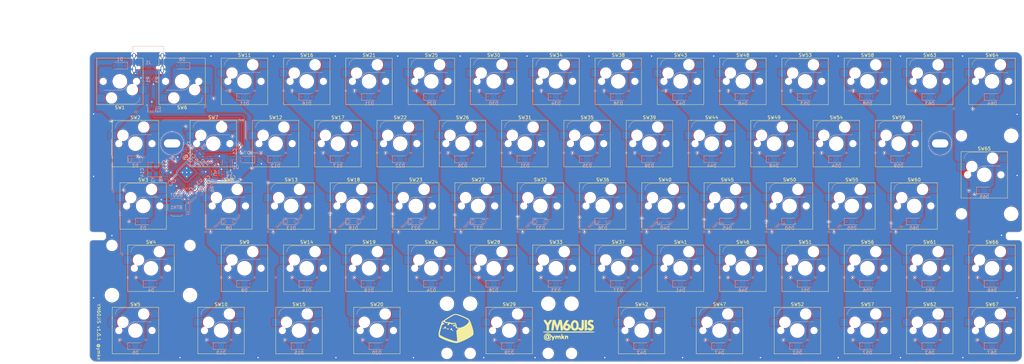
<source format=kicad_pcb>
(kicad_pcb (version 20221018) (generator pcbnew)
  (title_block (title "YM60JIS PCB") (date "2024-01-08") (rev "v1.0.1") (company "@ymkn"))
  (layers (0 "F.Cu" signal) (31 "B.Cu" signal) (34 "B.Paste" user) (35 "F.Paste" user) (36 "B.SilkS" user "B.Silkscreen") (37 "F.SilkS" user "F.Silkscreen") (38 "B.Mask" user) (39 "F.Mask" user) (44 "Edge.Cuts" user))
  (net 0 "")
  (net 1 "ROW0")
  (net 2 "Net-(D1-A)")
  (net 3 "Net-(D2-A)")
  (net 4 "Net-(D3-A)")
  (net 5 "Net-(D4-A)")
  (net 6 "Net-(D5-A)")
  (net 7 "ROW1")
  (net 8 "Net-(D6-A)")
  (net 9 "Net-(D7-A)")
  (net 10 "Net-(D8-A)")
  (net 11 "Net-(D9-A)")
  (net 12 "ROW2")
  (net 13 "Net-(D10-A)")
  (net 14 "Net-(D11-A)")
  (net 15 "Net-(D12-A)")
  (net 16 "Net-(D13-A)")
  (net 17 "ROW3")
  (net 18 "Net-(D14-A)")
  (net 19 "Net-(D15-A)")
  (net 20 "Net-(D16-A)")
  (net 21 "Net-(D17-A)")
  (net 22 "ROW4")
  (net 23 "Net-(D18-A)")
  (net 24 "Net-(D19-A)")
  (net 25 "Net-(D20-A)")
  (net 26 "GND")
  (net 27 "Net-(J1-CC1)")
  (net 29 "Net-(J1-CC2)")
  (net 31 "BOOT")
  (net 32 "+3V3")
  (net 33 "XIN")
  (net 34 "XOUT")
  (net 35 "+1V1")
  (net 36 "QSPI_SD3")
  (net 37 "QSPI_SCLK")
  (net 38 "QSPI_SD0")
  (net 39 "QSPI_SD2")
  (net 40 "QSPI_SD1")
  (net 41 "QSPI_SS")
  (net 42 "COL0")
  (net 43 "COL1")
  (net 44 "COL2")
  (net 45 "COL3")
  (net 46 "COL4")
  (net 47 "+5V")
  (net 48 "USB_D+")
  (net 49 "USB_D-")
  (net 50 "Net-(U3-USB_DP)")
  (net 51 "Net-(U3-USB_DM)")
  (net 64 "Net-(C15-Pad2)")
  (net 65 "Net-(D21-A)")
  (net 66 "Net-(D22-A)")
  (net 67 "Net-(D23-A)")
  (net 68 "Net-(D24-A)")
  (net 69 "Net-(D25-A)")
  (net 70 "Net-(D26-A)")
  (net 71 "Net-(D27-A)")
  (net 72 "Net-(D28-A)")
  (net 73 "Net-(D29-A)")
  (net 74 "Net-(D30-A)")
  (net 75 "Net-(D31-A)")
  (net 76 "Net-(D32-A)")
  (net 77 "Net-(D33-A)")
  (net 78 "Net-(D34-A)")
  (net 79 "Net-(D35-A)")
  (net 80 "Net-(D36-A)")
  (net 81 "Net-(D37-A)")
  (net 82 "Net-(D38-A)")
  (net 83 "Net-(D39-A)")
  (net 84 "Net-(D40-A)")
  (net 85 "Net-(D41-A)")
  (net 86 "Net-(D42-A)")
  (net 87 "Net-(D43-A)")
  (net 88 "Net-(D44-A)")
  (net 89 "Net-(D45-A)")
  (net 90 "Net-(D46-A)")
  (net 91 "Net-(D47-A)")
  (net 92 "Net-(D48-A)")
  (net 93 "Net-(D49-A)")
  (net 94 "Net-(D50-A)")
  (net 95 "Net-(D51-A)")
  (net 96 "Net-(D52-A)")
  (net 97 "Net-(D53-A)")
  (net 98 "Net-(D54-A)")
  (net 99 "Net-(D55-A)")
  (net 100 "Net-(D56-A)")
  (net 101 "Net-(D57-A)")
  (net 102 "Net-(D58-A)")
  (net 103 "Net-(D59-A)")
  (net 104 "Net-(D60-A)")
  (net 105 "Net-(D61-A)")
  (net 106 "Net-(D62-A)")
  (net 107 "Net-(D63-A)")
  (net 108 "Net-(D64-A)")
  (net 109 "Net-(D65-A)")
  (net 110 "Net-(D66-A)")
  (net 111 "Net-(D67-A)")
  (net 112 "COL5")
  (net 113 "COL6")
  (net 114 "COL7")
  (net 115 "COL8")
  (net 116 "COL9")
  (net 117 "COL10")
  (net 118 "COL11")
  (net 119 "COL12")
  (net 120 "COL13")
  (footprint "PCM_Switch_Keyboard_Hotswap_Kailh:SW_Hotswap_Kailh_MX_1.00u" (layer "F.Cu") (at 200.025 114.3)
    (fp_text reference "SW24")
    (fp_text value "SW_Push")
  )
  (footprint "PCM_Switch_Keyboard_Hotswap_Kailh:SW_Hotswap_Kailh_MX_3.00u" (layer "F.Cu") (at 223.8375 133.35)
    (fp_text reference "SW29")
    (fp_text value "Space")
  )
  (footprint "PCM_Switch_Keyboard_Hotswap_Kailh:SW_Hotswap_Kailh_MX_1.00u" (layer "F.Cu") (at 157.1625 95.25)
    (fp_text reference "SW13")
    (fp_text value "SW_Push")
  )
  (footprint "PCM_Switch_Keyboard_Hotswap_Kailh:SW_Hotswap_Kailh_MX_1.00u" (layer "F.Cu") (at 323.85 76.2)
    (fp_text reference "SW54")
    (fp_text value "SW_Push")
  )
  (footprint "PCM_Switch_Keyboard_Hotswap_Kailh:SW_Hotswap_Kailh_MX_1.00u" (layer "F.Cu") (at 209.55 76.2)
    (fp_text reference "SW26")
    (fp_text value "SW_Push")
  )
  (footprint "PCM_Switch_Keyboard_Hotswap_Kailh:SW_Hotswap_Kailh_MX_1.00u" (layer "F.Cu") (at 276.225 114.3)
    (fp_text reference "SW41")
    (fp_text value "SW_Push")
  )
  (footprint "PCM_Switch_Keyboard_Hotswap_Kailh:SW_Hotswap_Kailh_MX_1.00u" (layer "F.Cu") (at 161.925 57.15)
    (fp_text reference "SW16")
    (fp_text value "SW_Push")
  )
  (footprint "hole:PKRH" (layer "F.Cu") (at 120.75 76.125)
    (fp_text reference "" hide)
    (fp_text value "" hide)
  )
  (footprint "PCM_Switch_Keyboard_Hotswap_Kailh:SW_Hotswap_Kailh_MX_1.00u" (layer "F.Cu") (at 238.125 114.3)
    (fp_text reference "SW33")
    (fp_text value "SW_Push")
  )
  (footprint "PCM_Switch_Keyboard_Hotswap_Kailh:SW_Hotswap_Kailh_MX_1.25u" (layer "F.Cu") (at 159.54375 133.35)
    (fp_text reference "SW15")
    (fp_text value "SW_Push")
  )
  (footprint "logo:ym60jis_logo_icononly" (layer "F.Cu") (at 207.384042 132.626416)
    (fp_text reference "G***" hide)
    (fp_text value "LOGO" hide)
  )
  (footprint "PCM_Switch_Keyboard_Hotswap_Kailh:SW_Hotswap_Kailh_MX_1.00u" (layer "F.Cu") (at 200.025 57.15)
    (fp_text reference "SW25")
    (fp_text value "SW_Push")
  )
  (footprint "PCM_Mounting_Keyboard_Stabilizer:Stabilizer_Cherry_MX_2.00u" (layer "F.Cu") (at 369.09375 85.725 90)
    (fp_text reference "REF**" hide)
    (fp_text value "Stabilizer_Cherry_MX_2.00u")
  )
  (footprint "hole:PKRH" (layer "F.Cu") (at 355.6 76.125)
    (fp_text reference "" hide)
    (fp_text value ">VALUE" hide)
  )
  (footprint "logo:ym60jis_logo_ym60jis_only" (layer "F.Cu") (at 242.05 132.525)
    (fp_text reference "G***" hide)
    (fp_text value "LOGO" hide)
  )
  (footprint "PCM_Switch_Keyboard_Hotswap_Kailh:SW_Hotswap_Kailh_MX_1.00u" (layer "F.Cu") (at 152.4 76.2)
    (fp_text reference "SW12")
    (fp_text value "SW_Push")
  )
  (footprint "PCM_Switch_Keyboard_Hotswap_Kailh:SW_Hotswap_Kailh_MX_1.25u" (layer "F.Cu") (at 135.73125 133.35)
    (fp_text reference "SW10")
    (fp_text value "SW_Push")
  )
  (footprint "PCM_Switch_Keyboard_Hotswap_Kailh:SW_Hotswap_Kailh_MX_1.00u" (layer "F.Cu") (at 176.2125 95.25)
    (fp_text reference "SW18")
    (fp_text value "SW_Push")
  )
  (footprint "PCM_Switch_Keyboard_Hotswap_Kailh:SW_Hotswap_Kailh_MX_1.00u" (layer "F.Cu") (at 180.975 57.15)
    (fp_text reference "SW21")
    (fp_text value "SW_Push")
  )
  (footprint "PCM_Mounting_Keyboard_Stabilizer:Stabilizer_Cherry_MX_3.00u" (layer "F.Cu") (at 223.8375 133.35 180)
    (fp_text reference "REF**" hide)
    (fp_text value "Stabilizer_Cherry_MX_3.00u")
  )
  (footprint "PCM_Switch_Keyboard_Hotswap_Kailh:SW_Hotswap_Kailh_MX_1.50u" (layer "F.Cu") (at 109.5375 133.35)
    (fp_text reference "SW5")
    (fp_text value "SW_Push")
  )
  (footprint "PCM_Switch_Keyboard_Hotswap_Kailh:SW_Hotswap_Kailh_MX_1.00u" (layer "F.Cu") (at 219.075 114.3)
    (fp_text reference "SW28")
    (fp_text value "SW_Push")
  )
  (footprint "PCM_Switch_Keyboard_Hotswap_Kailh:SW_Hotswap_Kailh_MX_1.75u" (layer "F.Cu") (at 111.91875 95.25)
    (fp_text reference "SW3")
    (fp_text value "SW_Push")
  )
  (footprint "PCM_Switch_Keyboard_Hotswap_Kailh:SW_Hotswap_Kailh_MX_1.00u" (layer "F.Cu") (at 271.4625 95.25)
    (fp_text reference "SW40")
    (fp_text value "SW_Push")
  )
  (footprint "PCM_Switch_Keyboard_Hotswap_Kailh:SW_Hotswap_Kailh_MX_1.25u" (layer "F.Cu") (at 288.13125 133.35)
    (fp_text reference "SW47")
    (fp_text value "SW_Push")
  )
  (footprint "PCM_Switch_Keyboard_Hotswap_Kailh:SW_Hotswap_Kailh_MX_1.00u" (layer "F.Cu") (at 180.975 114.3)
    (fp_text reference "SW19")
    (fp_text value "SW_Push")
  )
  (footprint "PCM_Switch_Keyboard_Hotswap_Kailh:SW_Hotswap_Kailh_MX_1.00u" (layer "F.Cu") (at 371.475 114.3)
    (fp_text reference "SW66")
    (fp_text value "SW_Push")
  )
  (footprint "PCM_Switch_Keyboard_Hotswap_Kailh:SW_Hotswap_Kailh_MX_1.00u" (layer "F.Cu") (at 252.4125 95.25)
    (fp_text reference "SW36")
    (fp_text value "SW_Push")
  )
  (footprint "PCM_Switch_Keyboard_Hotswap_Kailh:SW_Hotswap_Kailh_MX_1.00u" (layer "F.Cu") (at 328.6125 95.25)
    (fp_text reference "SW55")
    (fp_text value "SW_Push")
  )
  (footprint "PCM_Switch_Keyboard_Hotswap_Kailh:SW_Hotswap_Kailh_MX_1.00u" (layer "F.Cu") (at 123.825 57.15 180)
    (fp_text reference "SW6")
    (fp_text value "SW_Push")
  )
  (footprint "PCM_Switch_Keyboard_Hotswap_Kailh:SW_Hotswap_Kailh_MX_1.00u" (layer "F.Cu") (at 247.65 76.2)
    (fp_text reference "SW35")
    (fp_text value "SW_Push")
  )
  (footprint "PCM_Switch_Keyboard_Hotswap_Kailh:SW_Hotswap_Kailh_MX_1.00u" (layer "F.Cu") (at 276.225 57.15)
    (fp_text reference "SW43")
    (fp_text value "SW_Push")
  )
  (footprint "PCM_Switch_Keyboard_Hotswap_Kailh:SW_Hotswap_Kailh_MX_1.00u" (layer "F.Cu") (at 171.45 76.2)
    (fp_text reference "SW17")
    (fp_text value "SW_Push")
  )
  (footprint "PCM_Switch_Keyboard_Hotswap_Kailh:SW_Hotswap_Kailh_MX_1.25u" (layer "F.Cu") (at 311.94375 133.35)
    (fp_text reference "SW52")
    (fp_text value "SW_Push")
  )
  (footprint "PCM_Switch_Keyboard_Hotswap_Kailh:SW_Hotswap_Kailh_MX_1.00u" (layer "F.Cu") (at 342.9 76.2)
    (fp_text reference "SW59")
    (fp_text value "SW_Push")
  )
  (footprint "PCM_Switch_Keyboard_Hotswap_Kailh:SW_Hotswap_Kailh_MX_1.00u" (layer "F.Cu") (at 219.075 57.15)
    (fp_text reference "SW30")
    (fp_text value "SW_Push")
  )
  (footprint "PCM_Switch_Keyboard_Hotswap_Kailh:SW_Hotswap_Kailh_MX_2.00u" (layer "F.Cu") (at 114.3 114.3)
    (fp_text reference "SW4")
    (fp_text value "SW_Push")
  )
  (footprint "PCM_Switch_Keyboard_Hotswap_Kailh:SW_Hotswap_Kailh_MX_1.50u" (layer "F.Cu") (at 109.5375 76.2)
    (fp_text reference "SW2")
    (fp_text value "SW_Push")
  )
  (footprint "PCM_Switch_Keyboard_Hotswap_Kailh:SW_Hotswap_Kailh_MX_1.00u" (layer "F.Cu") (at 333.375 57.15)
    (fp_text reference "SW58")
    (fp_text value "SW_Push")
  )
  (footprint "PCM_Switch_Keyboard_Hotswap_Kailh:SW_Hotswap_Kailh_MX_1.00u" (layer "F.Cu") (at 257.175 57.15)
    (fp_text reference "SW38")
    (fp_text value "SW_Push")
  )
  (footprint "PCM_Switch_Keyboard_Hotswap_Kailh:SW_Hotswap_Kailh_MX_1.00u" (layer "F.Cu") (at 161.925 114.3)
    (fp_text reference "SW14")
    (fp_text value "SW_Push")
  )
  (footprint "PCM_Switch_Keyboard_Hotswap_Kailh:SW_Hotswap_Kailh_MX_1.00u" (layer "F.Cu") (at 142.875 114.3)
    (fp_text reference "SW9")
    (fp_text value "SW_Push")
  )
  (footprint "PCM_Switch_Keyboard_Hotswap_Kailh:SW_Hotswap_Kailh_MX_1.00u" (layer "F.Cu") (at 133.35 76.2)
    (fp_text reference "SW7")
    (fp_text value "SW_Push")
  )
  (footprint "PCM_Switch_Keyboard_Hotswap_Kailh:SW_Hotswap_Kailh_MX_ISOEnter" (layer "F.Cu") (at 369.09375 85.725)
    (fp_text reference "SW65")
    (fp_text value "ISOEnter")
  )
  (footprint "PCM_Switch_Keyboard_Hotswap_Kailh:SW_Hotswap_Kailh_MX_1.00u" (layer "F.Cu") (at 238.125 57.15)
    (fp_text reference "SW34")
    (fp_text value "SW_Push")
  )
  (footprint "PCM_Switch_Keyboard_Hotswap_Kailh:SW_Hotswap_Kailh_MX_1.00u" (layer "F.Cu") (at 352.425 133.35)
    (fp_text reference "SW62")
    (fp_text value "SW_Push")
  )
  (footprint "PCM_Switch_Keyboard_Hotswap_Kailh:SW_Hotswap_Kailh_MX_1.00u" (layer "F.Cu") (at 190.5 76.2)
    (fp_text reference "SW22")
    (fp_text value "SW_Push")
  )
  (footprint "PCM_Switch_Keyboard_Hotswap_Kailh:SW_Hotswap_Kailh_MX_1.00u" (layer "F.Cu") (at 304.8 76.2)
    (fp_text reference "SW49")
    (fp_text value "SW_Push")
  )
  (footprint "PCM_Switch_Keyboard_Hotswap_Kailh:SW_Hotswap_Kailh_MX_1.00u" (layer "F.Cu") (at 257.175 114.3)
    (fp_text reference "SW37")
    (fp_text value "SW_Push")
  )
  (footprint "PCM_Switch_Keyboard_Hotswap_Kailh:SW_Hotswap_Kailh_MX_1.00u" (layer "F.Cu") (at 104.775 57.15 180)
    (fp_text reference "SW1")
    (fp_text value "SW_Push")
  )
  (footprint "PCM_Switch_Keyboard_Hotswap_Kailh:SW_Hotswap_Kailh_MX_1.25u" (layer "F.Cu") (at 183.35625 133.35)
    (fp_text reference "SW20")
    (fp_text value "SW_Push")
  )
  (footprint "PCM_Switch_Keyboard_Hotswap_Kailh:SW_Hotswap_Kailh_MX_1.00u" (layer "F.Cu") (at 295.275 57.15)
    (fp_text reference "SW48")
    (fp_text value "SW_Push")
  )
  (footprint "PCM_Switch_Keyboard_Hotswap_Kailh:SW_Hotswap_Kailh_MX_1.00u" (layer "F.Cu") (at 295.275 114.3)
    (fp_text reference "SW46")
    (fp_text value "SW_Push")
  )
  (footprint "PCM_Switch_Keyboard_Hotswap_Kailh:SW_Hotswap_Kailh_MX_1.00u" (layer "F.Cu") (at 290.5125 95.25)
    (fp_text reference "SW45")
    (fp_text value "SW_Push")
  )
  (footprint "PCM_Switch_Keyboard_Hotswap_Kailh:SW_Hotswap_Kailh_MX_1.00u" (layer "F.Cu") (at 285.75 76.2)
    (fp_text reference "SW44")
    (fp_text value "SW_Push")
  )
  (footprint "PCM_Switch_Keyboard_Hotswap_Kailh:SW_Hotswap_Kailh_MX_1.00u" (layer "F.Cu") (at 352.425 114.3)
    (fp_text reference "SW61")
    (fp_text value "SW_Push")
  )
  (footprint "PCM_Switch_Keyboard_Hotswap_Kailh:SW_Hotswap_Kailh_MX_1.00u" (layer "F.Cu") (at 333.375 114.3)
    (fp_text reference "SW56")
    (fp_text value "SW_Push")
  )
  (footprint "PCM_Switch_Keyboard_Hotswap_Kailh:SW_Hotswap_Kailh_MX_1.00u" (layer "F.Cu") (at 309.5625 95.25)
    (fp_text reference "SW50")
    (fp_text value "SW_Push")
  )
  (footprint "PCM_Switch_Keyboard_Hotswap_Kailh:SW_Hotswap_Kailh_MX_1.00u" (layer "F.Cu") (at 314.325 57.15)
    (fp_text reference "SW53")
    (fp_text value "SW_Push")
  )
  (footprint "PCM_Switch_Keyboard_Hotswap_Kailh:SW_Hotswap_Kailh_MX_1.00u" (layer "F.Cu") (at 228.6 76.2)
    (fp_text reference "SW31")
    (fp_text value "SW_Push")
  )
  (footprint "PCM_Switch_Keyboard_Hotswap_Kailh:SW_Hotswap_Kailh_MX_1.00u" (layer "F.Cu") (at 352.425 57.15)
    (fp_text reference "SW63")
    (fp_text value "Yen")
  )
  (footprint "PCM_Switch_Keyboard_Hotswap_Kailh:SW_Hotswap_Kailh_MX_1.00u" (layer "F.Cu") (at 233.3625 95.25)
    (fp_text reference "SW32")
    (fp_text value "SW_Push")
  )
  (footprint "PCM_Switch_Keyboard_Hotswap_Kailh:SW_Hotswap_Kailh_MX_1.25u" (layer "F.Cu") (at 264.31875 133.35)
    (fp_text reference "SW42")
    (fp_text value "SW_Push")
  )
  (footprint "PCM_Switch_Keyboard_Hotswap_Kailh:SW_Hotswap_Kailh_MX_1.00u" (layer "F.Cu") (at 138.1125 95.25)
    (fp_text reference "SW8")
    (fp_text value "SW_Push")
  )
  (footprint "PCM_Mounting_Keyboard_Stabilizer:Stabilizer_Cherry_MX_2.00u" (layer "F.Cu") (at 114.3 114.3)
    (fp_text reference "REF**" hide)
    (fp_text value "Stabilizer_Cherry_MX_2.00u")
  )
  (footprint "PCM_Switch_Keyboard_Hotswap_Kailh:SW_Hotswap_Kailh_MX_1.00u" (layer "F.Cu") (at 142.875 57.15)
    (fp_text reference "SW11")
    (fp_text value "SW_Push")
  )
  (footprint "PCM_Switch_Keyboard_Hotswap_Kailh:SW_Hotswap_Kailh_MX_1.00u" (layer "F.Cu") (at 371.475 57.15)
    (fp_text reference "SW64")
    (fp_text value "Backspace")
  )
  (footprint "PCM_Mounting_Keyboard_Stabilizer:Stabilizer_Cherry_MX_2.00u" (layer "F.Cu") (at 223.8375 133.35 180)
    (fp_text reference "REF**" hide)
    (fp_text value "Stabilizer_Cherry_MX_2.00u")
  )
  (footprint "PCM_Switch_Keyboard_Hotswap_Kailh:SW_Hotswap_Kailh_MX_1.00u" (layer "F.Cu") (at 266.7 76.2)
    (fp_text reference "SW39")
    (fp_text value "SW_Push")
  )
  (footprint "PCM_Switch_Keyboard_Hotswap_Kailh:SW_Hotswap_Kailh_MX_1.00u" (layer "F.Cu") (at 347.6625 95.25)
    (fp_text reference "SW60")
    (fp_text value "SW_Push")
  )
  (footprint "PCM_Switch_Keyboard_Hotswap_Kailh:SW_Hotswap_Kailh_MX_1.00u" (layer "F.Cu") (at 314.325 114.3)
    (fp_text reference "SW51")
    (fp_text value "SW_Push")
  )
  (footprint "PCM_Switch_Keyboard_Hotswap_Kailh:SW_Hotswap_Kailh_MX_1.00u" (layer "F.Cu") (at 195.2625 95.25)
    (fp_text reference "SW23")
    (fp_text value "SW_Push")
  )
  (footprint "PCM_Switch_Keyboard_Hotswap_Kailh:SW_Hotswap_Kailh_MX_1.00u" (layer "F.Cu") (at 214.3125 95.25)
    (fp_text reference "SW27")
    (fp_text value "SW_Push")
  )
  (footprint "PCM_Switch_Keyboard_Hotswap_Kailh:SW_Hotswap_Kailh_MX_1.00u" (layer "F.Cu") (at 371.475 133.35)
    (fp_text reference "SW67")
    (fp_text value "SW_Push")
  )
  (footprint "PCM_Switch_Keyboard_Hotswap_Kailh:SW_Hotswap_Kailh_MX_1.00u" (layer "F.Cu") (at 333.375 133.35)
    (fp_text reference "SW57")
    (fp_text value "SW_Push")
  )
  (footprint "Capacitor_SMD:C_0402_1005Metric" (layer "B.Cu") (at 119.65 86.025 135)
    (fp_text reference "C3")
    (fp_text value "100nF")
  )
  (footprint "Diode_SMD:D_SOD-123" (layer "B.Cu") (at 295.275 119.0625)
    (fp_text reference "D46")
    (fp_text value "1N4148W")
  )
  (footprint "Resistor_SMD:R_0402_1005Metric" (layer "B.Cu") (at 117.15 85.025 -90)
    (fp_text reference "R8")
    (fp_text value "1K")
  )
  (footprint "Diode_SMD:D_SOD-123" (layer "B.Cu") (at 171.45 80.9625)
    (fp_text reference "D17")
    (fp_text value "1N4148W")
  )
  (footprint "Diode_SMD:D_SOD-123" (layer "B.Cu") (at 219.075 61.9125)
    (fp_text reference "D30")
    (fp_text value "1N4148W")
  )
  (footprint "Diode_SMD:D_SOD-123" (layer "B.Cu") (at 180.975 119.0625)
    (fp_text reference "D19")
    (fp_text value "1N4148W")
  )
  (footprint "Crystal:Crystal_SMD_3225-4Pin_3.2x2.5mm" (layer "B.Cu") (at 114.95 84.325 90)
    (fp_text reference "Y1")
    (fp_text value "X322512MSB4SI")
  )
  (footprint "Capacitor_SMD:C_0402_1005Metric" (layer "B.Cu") (at 136.25 86.125 180)
    (fp_text reference "C13")
    (fp_text value "100nF")
  )
  (footprint "Diode_SMD:D_SOD-123" (layer "B.Cu") (at 276.225 119.0625)
    (fp_text reference "D41")
    (fp_text value "1N4148W")
  )
  (footprint "Resistor_SMD:R_0402_1005Metric" (layer "B.Cu") (at 115.05 56.625 90)
    (fp_text reference "R3")
    (fp_text value "5.1K")
  )
  (footprint "Package_TO_SOT_SMD:SOT-23-3" (layer "B.Cu") (at 137.65 81.925 90)
    (fp_text reference "U1")
    (fp_text value "XC6206P332MR")
  )
  (footprint "Diode_SMD:D_SOD-123" (layer "B.Cu") (at 304.8 80.9625)
    (fp_text reference "D49")
    (fp_text value "1N4148W")
  )
  (footprint "Capacitor_SMD:C_0402_1005Metric" (layer "B.Cu") (at 117.15 83.125 -90)
    (fp_text reference "C15")
    (fp_text value "20pF")
  )
  (footprint "Capacitor_SMD:C_0402_1005Metric" (layer "B.Cu") (at 139.95 80.525 -90)
    (fp_text reference "C1")
    (fp_text value "10uF")
  )
  (footprint "Diode_SMD:D_SOD-123" (layer "B.Cu") (at 369.09375 90.4875)
    (fp_text reference "D65")
    (fp_text value "1N4148W")
  )
  (footprint "Diode_SMD:D_SOD-123" (layer "B.Cu") (at 371.475 138.1125)
    (fp_text reference "D67")
    (fp_text value "1N4148W")
  )
  (footprint "Diode_SMD:D_SOD-123" (layer "B.Cu") (at 314.325 61.9125)
    (fp_text reference "D53")
    (fp_text value "1N4148W")
  )
  (footprint "Diode_SMD:D_SOD-123" (layer "B.Cu") (at 295.275 61.9125)
    (fp_text reference "D48")
    (fp_text value "1N4148W")
  )
  (footprint "Diode_SMD:D_SOD-123" (layer "B.Cu") (at 288.13125 138.1125)
    (fp_text reference "D47")
    (fp_text value "1N4148W")
  )
  (footprint "Diode_SMD:D_SOD-123" (layer "B.Cu") (at 181.05 61.9125)
    (fp_text reference "D21")
    (fp_text value "1N4148W")
  )
  (footprint "Diode_SMD:D_SOD-123" (layer "B.Cu") (at 233.3625 100.0125)
    (fp_text reference "D32")
    (fp_text value "1N4148W")
  )
  (footprint "Diode_SMD:D_SOD-123" (layer "B.Cu") (at 238.125 61.9125)
    (fp_text reference "D34")
    (fp_text value "1N4148W")
  )
  (footprint "Resistor_SMD:R_0603_1608Metric" (layer "B.Cu") (at 128.65 78.725 -135)
    (fp_text reference "R5")
    (fp_text value "27")
  )
  (footprint "Diode_SMD:D_SOD-123" (layer "B.Cu") (at 257.175 61.9125)
    (fp_text reference "D38")
    (fp_text value "1N4148W")
  )
  (footprint "Diode_SMD:D_SOD-123" (layer "B.Cu") (at 209.55 80.9625)
    (fp_text reference "D26")
    (fp_text value "1N4148W")
  )
  (footprint "Diode_SMD:D_SOD-123" (layer "B.Cu") (at 309.5625 100.0125)
    (fp_text reference "D50")
    (fp_text value "1N4148W")
  )
  (footprint "Diode_SMD:D_SOD-123" (layer "B.Cu") (at 223.8375 138.1125)
    (fp_text reference "D29")
    (fp_text value "1N4148W")
  )
  (footprint "Diode_SMD:D_SOD-123" (layer "B.Cu") (at 247.65 80.9625)
    (fp_text reference "D35")
    (fp_text value "1N4148W")
  )
  (footprint "Diode_SMD:D_SOD-123" (layer "B.Cu") (at 264.31875 138.1125)
    (fp_text reference "D42")
    (fp_text value "1N4148W")
  )
  (footprint "Diode_SMD:D_SOD-123" (layer "B.Cu") (at 352.425 61.9125)
    (fp_text reference "D63")
    (fp_text value "1N4148W")
  )
  (footprint "Diode_SMD:D_SOD-123" (layer "B.Cu") (at 200.025 119.0625)
    (fp_text reference "D24")
    (fp_text value "1N4148W")
  )
  (footprint "Diode_SMD:D_SOD-123" (layer "B.Cu") (at 342.9 80.9625)
    (fp_text reference "D59")
    (fp_text value "1N4148W")
  )
  (footprint "Capacitor_SMD:C_0402_1005Metric" (layer "B.Cu") (at 124 79.675 -135)
    (fp_text reference "C9")
    (fp_text value "100nF")
  )
  (footprint "Diode_SMD:D_SOD-123" (layer "B.Cu") (at 285.75 80.9625)
    (fp_text reference "D44")
    (fp_text value "1N4148W")
  )
  (footprint "Diode_SMD:D_SOD-123" (layer "B.Cu") (at 114.3 119.0625)
    (fp_text reference "D4")
    (fp_text value "1N4148W")
  )
  (footprint "Diode_SMD:D_SOD-123" (layer "B.Cu") (at 195.2625 100.0125)
    (fp_text reference "D23")
    (fp_text value "1N4148W")
  )
  (footprint "Capacitor_SMD:C_0402_1005Metric" (layer "B.Cu") (at 124.7 78.375 135)
    (fp_text reference "C10")
    (fp_text value "100nF")
  )
  (footprint "Diode_SMD:D_SOD-123" (layer "B.Cu") (at 161.925 119.0625)
    (fp_text reference "D14")
    (fp_text value "1N4148W")
  )
  (footprint "Capacitor_SMD:C_0402_1005Metric" (layer "B.Cu") (at 127.35 78.225 45)
    (fp_text reference "C11")
    (fp_text value "1uF")
  )
  (footprint "Diode_SMD:D_SOD-123" (layer "B.Cu") (at 352.425 119.0625)
    (fp_text reference "D61")
    (fp_text value "1N4148W")
  )
  (footprint "Diode_SMD:D_SOD-123" (layer "B.Cu") (at 104.775 52.3875 180)
    (fp_text reference "D1")
    (fp_text value "1N4148W")
  )
  (footprint "Diode_SMD:D_SOD-123" (layer "B.Cu") (at 328.6125 100.0125)
    (fp_text reference "D55")
    (fp_text value "1N4148W")
  )
  (footprint "Diode_SMD:D_SOD-123" (layer "B.Cu") (at 371.475 61.9125)
    (fp_text reference "D64")
    (fp_text value "1N4148W")
  )
  (footprint "Capacitor_SMD:C_0402_1005Metric" (layer "B.Cu") (at 136.25 85.125 180)
    (fp_text reference "C2")
    (fp_text value "10uF")
  )
  (footprint "Resistor_SMD:R_0402_1005Metric" (layer "B.Cu") (at 131.85 88.425 -90)
    (fp_text reference "R6")
    (fp_text value "1KΩ")
  )
  (footprint "Resistor_SMD:R_0402_1005Metric" (layer "B.Cu") (at 136.25 87.125)
    (fp_text reference "R7")
    (fp_text value "10kΩ")
  )
  (footprint "Diode_SMD:D_SOD-123" (layer "B.Cu") (at 157.1625 100.0125)
    (fp_text reference "D13")
    (fp_text value "1N4148W")
  )
  (footprint "Diode_SMD:D_SOD-123" (layer "B.Cu") (at 109.5375 138.1125)
    (fp_text reference "D5")
    (fp_text value "1N4148W")
  )
  (footprint "Diode_SMD:D_SOD-123" (layer "B.Cu") (at 333.375 119.0625)
    (fp_text reference "D56")
    (fp_text value "1N4148W")
  )
  (footprint "Diode_SMD:D_SOD-123" (layer "B.Cu") (at 161.925 61.9125)
    (fp_text reference "D16")
    (fp_text value "1N4148W")
  )
  (footprint "Diode_SMD:D_SOD-123" (layer "B.Cu") (at 183.35625 138.1125)
    (fp_text reference "D20")
    (fp_text value "1N4148W")
  )
  (footprint "Diode_SMD:D_SOD-123" (layer "B.Cu") (at 111.91875 100.0125)
    (fp_text reference "D3")
    (fp_text value "1N4148W")
  )
  (footprint "Capacitor_SMD:C_0402_1005Metric" (layer "B.Cu") (at 131.15 80.425 45)
    (fp_text reference "C16")
    (fp_text value "100nF")
  )
  (footprint "Resistor_SMD:R_0603_1608Metric" (layer "B.Cu") (at 129.75 79.825 -135)
    (fp_text reference "R4")
    (fp_text value "27")
  )
  (footprint "Diode_SMD:D_SOD-123" (layer "B.Cu") (at 252.4125 100.0125)
    (fp_text reference "D36")
    (fp_text value "1N4148W")
  )
  (footprint "Diode_SMD:D_SOD-123" (layer "B.Cu") (at 138.1125 100.0125)
    (fp_text reference "D8")
    (fp_text value "1N4148W")
  )
  (footprint "Diode_SMD:D_SOD-123" (layer "B.Cu") (at 257.175 119.0625)
    (fp_text reference "D37")
    (fp_text value "1N4148W")
  )
  (footprint "Diode_SMD:D_SOD-123" (layer "B.Cu") (at 266.7 80.9625)
    (fp_text reference "D39")
    (fp_text value "1N4148W")
  )
  (footprint "Connector_USB:USB_C_Receptacle_HRO_TYPE-C-31-M-12" (layer "B.Cu") (at 113.45 50.345)
    (fp_text reference "J1")
    (fp_text value "TYPE-C-31-M-12")
  )
  (footprint "W25Q16JVUXIQ:W25Q16JVUXIQ_WIN" (layer "B.Cu") (at 133.95 85.125 90)
    (fp_text reference "U4")
    (fp_text value "W25Q16JVUXIQ")
  )
  (footprint "Diode_SMD:D_SOD-123" (layer "B.Cu") (at 314.325 119.0625)
    (fp_text reference "D51")
    (fp_text value "1N4148W")
  )
  (footprint "Diode_SMD:D_SOD-123" (layer "B.Cu") (at 159.54375 138.1125)
    (fp_text reference "D15")
    (fp_text value "1N4148W")
  )
  (footprint "Resistor_SMD:R_0402_1005Metric" (layer "B.Cu") (at 112.25 56.625 -90)
    (fp_text reference "R1")
    (fp_text value "5.1K")
  )
  (footprint "Diode_SMD:D_SOD-123" (layer "B.Cu") (at 371.475 119.0625)
    (fp_text reference "D66")
    (fp_text value "1N4148W")
  )
  (footprint "Capacitor_SMD:C_0402_1005Metric" (layer "B.Cu") (at 120.35 81.625 135)
    (fp_text reference "C8")
    (fp_text value "100nF")
  )
  (footprint "Diode_SMD:D_SOD-123" (layer "B.Cu") (at 323.85 80.9625)
    (fp_text reference "D54")
    (fp_text value "1N4148W")
  )
  (footprint "Capacitor_SMD:C_0402_1005Metric" (layer "B.Cu") (at 130.75 86.025 45)
    (fp_text reference "C5")
    (fp_text value "100nF")
  )
  (footprint "Diode_SMD:D_SOD-123" (layer "B.Cu") (at 214.3125 100.0125)
    (fp_text reference "D27")
    (fp_text value "1N4148W")
  )
  (footprint "Capacitor_SMD:C_0402_1005Metric" (layer "B.Cu") (at 112.75 85.025 -90)
    (fp_text reference "C14")
    (fp_text value "20pF")
  )
  (footprint "Diode_SMD:D_SOD-123" (layer "B.Cu") (at 271.4625 100.0125)
    (fp_text reference "D40")
    (fp_text value "1N4148W")
  )
  (footprint "Diode_SMD:D_SOD-123" (layer "B.Cu") (at 135.73125 138.1125)
    (fp_text reference "D10")
    (fp_text value "1N4148W")
  )
  (footprint "Package_DFN_QFN:QFN-56-1EP_7x7mm_P0.4mm_EP3.2x3.2mm" (layer "B.Cu") (at 125.2 85 135)
    (fp_text reference "U3")
    (fp_text value "RP2040")
  )
  (footprint "SMF05CT1G:SOT-363-6_2P2X1P35_ONS" (layer "B.Cu") (at 114.55 65.725 -90)
    (fp_text reference "U2")
    (fp_text value "SMF05CT1G")
  )
  (footprint "Diode_SMD:D_SOD-123" (layer "B.Cu") (at 142.875 119.0625)
    (fp_text reference "D9")
    (fp_text value "1N4148W")
  )
  (footprint "Diode_SMD:D_SOD-123" (layer "B.Cu") (at 333.375 138.1125)
    (fp_text reference "D57")
    (fp_text value "1N4148W")
  )
  (footprint "Diode_SMD:D_SOD-123" (layer "B.Cu") (at 228.6 80.9625)
    (fp_text reference "D31")
    (fp_text value "1N4148W")
  )
  (footprint "Diode_SMD:D_SOD-123" (layer "B.Cu") (at 347.6625 100.0125)
    (fp_text reference "D60")
    (fp_text value "1N4148W")
  )
  (footprint "Capacitor_SMD:C_0402_1005Metric" (layer "B.Cu") (at 134.35 81.625)
    (fp_text reference "C4")
    (fp_text value "100nF")
  )
  (footprint "Diode_SMD:D_SOD-123" (layer "B.Cu") (at 152.4 80.9625)
    (fp_text reference "D12")
    (fp_text value "1N4148W")
  )
  (footprint "Diode_SMD:D_SOD-123" (layer "B.Cu") (at 109.5375 80.9625)
    (fp_text reference "D2")
    (fp_text value "1N4148W")
  )
  (footprint "Diode_SMD:D_SOD-123" (layer "B.Cu") (at 219.075 119.0625)
    (fp_text reference "D28")
    (fp_text value "1N4148W")
  )
  (footprint "Diode_SMD:D_SOD-123" (layer "B.Cu") (at 142.875 61.9125)
    (fp_text reference "D11")
    (fp_text value "1N4148W")
  )
  (footprint "Diode_SMD:D_SOD-123" (layer "B.Cu") (at 200.025 61.9125)
    (fp_text reference "D25")
    (fp_text value "1N4148W")
  )
  (footprint "Diode_SMD:D_SOD-123" (layer "B.Cu") (at 352.425 138.1125)
    (fp_text reference "D62")
    (fp_text value "1N4148W")
  )
  (footprint "Diode_SMD:D_SOD-123" (layer "B.Cu") (at 123.825 52.3875 180)
    (fp_text reference "D6")
    (fp_text value "1N4148W")
  )
  (footprint "Diode_SMD:D_SOD-123" (layer "B.Cu") (at 311.94375 138.1125)
    (fp_text reference "D52")
    (fp_text value "1N4148W")
  )
  (footprint "Capacitor_SMD:C_0402_1005Metric" (layer "B.Cu") (at 118.95 86.725 135)
    (fp_text reference "C7")
    (fp_text value "100nF")
  )
  (footprint "Capacitor_SMD:C_0402_1005Metric" (layer "B.Cu") (at 125.4 77.675 135)
    (fp_text reference "C12")
    (fp_text value "1uF")
  )
  (footprint "Diode_SMD:D_SOD-123" (layer "B.Cu") (at 333.375 61.9125)
    (fp_text reference "D58")
    (fp_text value "1N4148W")
  )
  (footprint "Diode_SMD:D_SOD-123" (layer "B.Cu") (at 276.225 61.9125)
    (fp_text reference "D43")
    (fp_text value "1N4148W")
  )
  (footprint "Diode_SMD:D_SOD-123" (layer "B.Cu") (at 190.5 80.9625)
    (fp_text reference "D22")
    (fp_text value "1N4148W")
  )
  (footprint "Diode_SMD:D_SOD-123" (layer "B.Cu") (at 176.2125 100.0125)
    (fp_text reference "D18")
    (fp_text value "1N4148W")
  )
  (footprint "Capacitor_SMD:C_0402_1005Metric" (layer "B.Cu") (at 127.65 90.525 -90)
    (fp_text reference "C6")
    (fp_text value "100nF")
  )
  (footprint "Button_Switch_SMD:SW_Push_1P1T_XKB_TS-1187A" (layer "B.Cu") (at 122.15 95.625 180)
    (fp_text reference "BTN1")
    (fp_text value "TS-1187A-B-A-B")
  )
  (footprint "Capacitor_SMD:C_0402_1005Metric" (layer "B.Cu") (at 132.55 80.425 45)
    (fp_text reference "C17")
    (fp_text value "100nF")
  )
  (footprint "Diode_SMD:D_SOD-123" (layer "B.Cu") (at 290.5125 100.0125)
    (fp_text reference "D45")
    (fp_text value "1N4148W")
  )
  (footprint "Diode_SMD:D_SOD-123" (layer "B.Cu") (at 238.125 119.0625)
    (fp_text reference "D33")
    (fp_text value "1N4148W")
  )
  (footprint "Diode_SMD:D_SOD-123" (layer "B.Cu") (at 143.65 81.025 180)
    (fp_text reference "D7")
    (fp_text value "1N4148W")
  )
  (gr_line locked (start 380.6 140.825) (end 380.6 106.725) (stroke (width 0.1)) (layer "Edge.Cuts"))
  (gr_arc locked (start 376.7 105.725) (mid 375.992894 105.432107) (end 375.7 104.725) (stroke (width 0.1)) (layer "Edge.Cuts"))
  (gr_line locked (start 97.55 142.825) (end 378.6 142.825) (stroke (width 0.1)) (layer "Edge.Cuts"))
  (gr_line locked (start 379.6 105.725) (end 376.7 105.725) (stroke (width 0.1)) (layer "Edge.Cuts"))
  (gr_arc locked (start 97.55 142.825) (mid 96.135786 142.239214) (end 95.55 140.825) (stroke (width 0.1)) (layer "Edge.Cuts"))
  (gr_arc locked (start 95.55 50.225) (mid 96.135786 48.810786) (end 97.55 48.225) (stroke (width 0.1)) (layer "Edge.Cuts"))
  (gr_arc locked (start 379.6 105.725) (mid 380.307106 106.017893) (end 380.6 106.725) (stroke (width 0.1)) (layer "Edge.Cuts"))
  (gr_arc (start 100.55 104.725) (mid 100.257107 105.432106) (end 99.55 105.725) (stroke (width 0.1)) (layer "Edge.Cuts"))
  (gr_line locked (start 380.6 102.225) (end 380.6 50.225) (stroke (width 0.1)) (layer "Edge.Cuts"))
  (gr_arc locked (start 378.6 48.225) (mid 380.014214 48.810786) (end 380.6 50.225) (stroke (width 0.1)) (layer "Edge.Cuts"))
  (gr_arc locked (start 96.55 103.225) (mid 95.842894 102.932107) (end 95.55 102.225) (stroke (width 0.1)) (layer "Edge.Cuts"))
  (gr_line (start 95.55 106.727107) (end 95.55 140.825) (stroke (width 0.1)) (layer "Edge.Cuts"))
  (gr_line (start 100.55 104.725) (end 100.55 104.225) (stroke (width 0.1)) (layer "Edge.Cuts"))
  (gr_line locked (start 96.55 103.225) (end 99.55 103.225) (stroke (width 0.1)) (layer "Edge.Cuts"))
  (gr_line locked (start 375.7 104.225) (end 375.7 104.725) (stroke (width 0.1)) (layer "Edge.Cuts"))
  (gr_arc locked (start 375.7 104.225) (mid 375.992893 103.517894) (end 376.7 103.225) (stroke (width 0.1)) (layer "Edge.Cuts"))
  (gr_line locked (start 95.55 50.225) (end 95.55 102.225) (stroke (width 0.1)) (layer "Edge.Cuts"))
  (gr_arc (start 95.55 106.727107) (mid 95.843069 106.021024) (end 96.55 105.730004) (stroke (width 0.1)) (layer "Edge.Cuts"))
  (gr_arc locked (start 99.55 103.225) (mid 100.257106 103.517893) (end 100.55 104.225) (stroke (width 0.1)) (layer "Edge.Cuts"))
  (gr_line locked (start 379.6 103.225) (end 376.7 103.225) (stroke (width 0.1)) (layer "Edge.Cuts"))
  (gr_arc locked (start 380.6 140.825) (mid 380.014214 142.239214) (end 378.6 142.825) (stroke (width 0.1)) (layer "Edge.Cuts"))
  (gr_arc locked (start 380.6 102.225) (mid 380.307107 102.932106) (end 379.6 103.225) (stroke (width 0.1)) (layer "Edge.Cuts"))
  (gr_line locked (start 378.6 48.225) (end 97.55 48.225) (stroke (width 0.1)) (layer "Edge.Cuts"))
  (gr_line locked (start 96.55 105.725) (end 99.55 105.725) (stroke (width 0.1)) (layer "Edge.Cuts"))
  (gr_text "." (at 112.55 64.725) (layer "B.SilkS") (effects (font (size 1.5 1.5) (thickness 0.3) bold) (justify left bottom)))
  (gr_text "BOOT" (at 124.15 92.525) (layer "B.SilkS") (effects (font (size 1 1)) (justify left bottom mirror)))
  (gr_text "YM60JIS v1.0.1 @ymkn" (at 97.75 125.025 270) (layer "F.SilkS") (effects (font (size 1 1)) (justify left bottom)))
  (segment (start 290.85 60.025) (end 271.75 60.025) (width 0.2) (layer "F.Cu") (net 1))
  (segment (start 329.05 60.025) (end 309.95 60.025) (width 0.2) (layer "F.Cu") (net 1))
  (segment (start 252.85 60.025) (end 233.65 60.025) (width 0.2) (layer "F.Cu") (net 1))
  (segment (start 195.55 60.025) (end 176.55 60.025) (width 0.2) (layer "F.Cu") (net 1))
  (segment (start 157.45 60.025) (end 138.45 60.025) (width 0.2) (layer "F.Cu") (net 1))
  (segment (start 102.15 67.225) (end 102.95 66.425) (width 0.2) (layer "F.Cu") (net 1))
  (segment (start 103.05 80.825) (end 118.300182 80.825) (width 0.2) (layer "F.Cu") (net 1))
  (segment (start 309.95 60.025) (end 290.85 60.025) (width 0.2) (layer "F.Cu") (net 1))
  (segment (start 118.300182 80.825) (end 119.050012 81.57483) (width 0.2) (layer "F.Cu") (net 1))
  (segment (start 271.75 60.025) (end 252.85 60.025) (width 0.2) (layer "F.Cu") (net 1))
  (segment (start 133.45 62.325) (end 135.75 60.025) (width 0.2) (layer "F.Cu") (net 1))
  (segment (start 102.15 69.325) (end 102.15 79.925) (width 0.2) (layer "F.Cu") (net 1))
  (segment (start 129.35 66.425) (end 133.45 62.325) (width 0.2) (layer "F.Cu") (net 1))
  (segment (start 102.15 79.925) (end 103.05 80.825) (width 0.2) (layer "F.Cu") (net 1))
  (segment (start 214.65 60.025) (end 195.55 60.025) (width 0.2) (layer "F.Cu") (net 1))
  (segment (start 102.95 66.425) (end 129.35 66.425) (width 0.2) (layer "F.Cu") (net 1))
  (segment (start 233.65 60.025) (end 214.65 60.025) (width 0.2) (layer "F.Cu") (net 1))
  (segment (start 348.05 60.025) (end 329.05 60.025) (width 0.2) (layer "F.Cu") (net 1))
  (segment (start 102.15 69.325) (end 102.15 67.225) (width 0.2) (layer "F.Cu") (net 1))
  (segment (start 176.55 60.025) (end 157.45 60.025) (width 0.2) (layer "F.Cu") (net 1))
  (segment (start 135.75 60.025) (end 138.45 60.025) (width 0.2) (layer "F.Cu") (net 1))
  (via (at 329.05 60.025) (size 0.8) (drill 0.4) (layers "F.Cu" "B.Cu") (net 1))
  (via (at 102.15 69.325) (size 0.8) (drill 0.4) (layers "F.Cu" "B.Cu") (net 1))
  (via (at 119.050012 81.57483) (size 0.8) (drill 0.4) (layers "F.Cu" "B.Cu") (net 1))
  (via (at 233.65 60.025) (size 0.8) (drill 0.4) (layers "F.Cu" "B.Cu") (net 1))
  (via (at 290.85 60.025) (size 0.8) (drill 0.4) (layers "F.Cu" "B.Cu") (net 1))
  (via (at 348.05 60.025) (size 0.8) (drill 0.4) (layers "F.Cu" "B.Cu") (net 1))
  (via (at 309.95 60.025) (size 0.8) (drill 0.4) (layers "F.Cu" "B.Cu") (net 1))
  (via (at 271.75 60.025) (size 0.8) (drill 0.4) (layers "F.Cu" "B.Cu") (net 1))
  (via (at 157.45 60.025) (size 0.8) (drill 0.4) (layers "F.Cu" "B.Cu") (net 1))
  (via (at 252.85 60.025) (size 0.8) (drill 0.4) (layers "F.Cu" "B.Cu") (net 1))
  (via (at 133.45 62.325) (size 0.8) (drill 0.4) (layers "F.Cu" "B.Cu") (net 1))
  (via (at 195.55 60.025) (size 0.8) (drill 0.4) (layers "F.Cu" "B.Cu") (net 1))
  (via (at 214.65 60.025) (size 0.8) (drill 0.4) (layers "F.Cu" "B.Cu") (net 1))
  (via (at 138.45 60.025) (size 0.8) (drill 0.4) (layers "F.Cu" "B.Cu") (net 1))
  (via (at 176.55 60.025) (size 0.8) (drill 0.4) (layers "F.Cu" "B.Cu") (net 1))
  (segment (start 132.8125 52.3875) (end 133.45 53.025) (width 0.2) (layer "B.Cu") (net 1))
  (segment (start 97.45 66.425) (end 97.25 66.225) (width 0.2) (layer "B.Cu") (net 1))
  (segment (start 107.65 50.825) (end 107.65 51.925) (width 0.2) (layer "B.Cu") (net 1))
  (segment (start 274.575 61.9125) (end 273.6375 61.9125) (width 0.2) (layer "B.Cu") (net 1))
  (segment (start 119.19983 81.57483) (end 120.198614 82.573614) (width 0.2) (layer "B.Cu") (net 1))
  (segment (start 349.9375 61.9125) (end 350.775 61.9125) (width 0.2) (layer "B.Cu") (net 1))
  (segment (start 292.7375 61.9125) (end 290.85 60.025) (width 0.2) (layer "B.Cu") (net 1))
  (segment (start 97.65 50.325) (end 107.15 50.325) (width 0.2) (layer "B.Cu") (net 1))
  (segment (start 178.4375 61.9125) (end 176.55 60.025) (width 0.2) (layer "B.Cu") (net 1))
  (segment (start 160.275 61.9125) (end 159.3375 61.9125) (width 0.2) (layer "B.Cu") (net 1))
  (segment (start 120.793715 82.573614) (end 121.779371 83.55927) (width 0.2) (layer "B.Cu") (net 1))
  (segment (start 133.45 53.025) (end 133.45 62.325) (width 0.2) (layer "B.Cu") (net 1))
  (segment (start 107.1875 52.3875) (end 106.425 52.3875) (width 0.2) (layer "B.Cu") (net 1))
  (segment (start 254.7375 61.9125) (end 252.85 60.025) (width 0.2) (layer "B.Cu") (net 1))
  (segment (start 273.6375 61.9125) (end 271.75 60.025) (width 0.2) (layer "B.Cu") (net 1))
  (segment (start 236.475 61.9125) (end 235.5375 61.9125) (width 0.2) (layer "B.Cu") (net 1))
  (segment (start 311.8375 61.9125) (end 309.95 60.025) (width 0.2) (layer "B.Cu") (net 1))
  (segment (start 99.25 66.425) (end 97.45 66.425) (width 0.2) (layer "B.Cu") (net 1))
  (segment (start 235.5375 61.9125) (end 233.65 60.025) (width 0.2) (layer "B.Cu") (net 1))
  (segment (start 312.675 61.9125) (end 311.8375 61.9125) (width 0.2) (layer "B.Cu") (net 1))
  (segment (start 179.4 61.9125) (end 178.4375 61.9125) (width 0.2) (layer "B.Cu") (net 1))
  (segment (start 293.625 61.9125) (end 292.7375 61.9125) (width 0.2) (layer "B.Cu") (net 1))
  (segment (start 97.25 50.725) (end 97.65 50.325) (width 0.2) (layer "B.Cu") (net 1))
  (segment (start 102.15 69.325) (end 99.25 66.425) (width 0.2) (layer "B.Cu") (net 1))
  (segment (start 197.4375 61.9125) (end 195.55 60.025) (width 0.2) (layer "B.Cu") (net 1))
  (segment (start 140.3375 61.9125) (end 138.45 60.025) (width 0.2) (layer "B.Cu") (net 1))
  (segment (start 331.725 61.9125) (end 330.9375 61.9125) (width 0.2) (layer "B.Cu") (net 1))
  (segment (start 159.3375 61.9125) (end 157.45 60.025) (width 0.2) (layer "B.Cu") (net 1))
  (segment (start 119.050012 81.57483) (end 119.19983 81.57483) (width 0.2) (layer "B.Cu") (net 1))
  (segment (start 97.25 66.225) (end 97.25 50.725) (width 0.2) (layer "B.Cu") (net 1))
  (segment (start 107.65 51.925) (end 107.1875 52.3875) (width 0.2) (layer "B.Cu") (net 1))
  (segment (start 125.475 52.3875) (end 132.8125 52.3875) (width 0.2) (layer "B.Cu") (net 1))
  (segment (start 198.375 61.9125) (end 197.4375 61.9125) (width 0.2) (layer "B.Cu") (net 1))
  (segment (start 216.5375 61.9125) (end 214.65 60.025) (width 0.2) (layer "B.Cu") (net 1))
  (segment (start 107.15 50.325) (end 107.65 50.825) (width 0.2) (layer "B.Cu") (net 1))
  (segment (start 255.525 61.9125) (end 254.7375 61.9125) (width 0.2) (layer "B.Cu") (net 1))
  (segment (start 330.9375 61.9125) (end 329.05 60.025) (width 0.2) (layer "B.Cu") (net 1))
  (segment (start 141.225 61.9125) (end 140.3375 61.9125) (width 0.2) (layer "B.Cu") (net 1))
  (segment (start 348.05 60.025) (end 349.9375 61.9125) (width 0.2) (layer "B.Cu") (net 1))
  (segment (start 217.425 61.9125) (end 216.5375 61.9125) (width 0.2) (layer "B.Cu") (net 1))
  (segment (start 120.198614 82.573614) (end 120.793715 82.573614) (width 0.2) (layer "B.Cu") (net 1))
  (segment (start 98.6875 52.3875) (end 103.125 52.3875) (width 0.2) (layer "B.Cu") (net 2))
  (segment (start 98.15 52.925) (end 98.6875 52.3875) (width 0.2) (layer "B.Cu") (net 2))
  (segment (start 98.933 62.23) (end 98.15 61.447) (width 0.2) (layer "B.Cu") (net 2))
  (segment (start 98.15 61.447) (end 98.15 52.925) (width 0.2) (layer "B.Cu") (net 2))
  (segment (start 115.3795 71.12) (end 112.65 73.8495) (width 0.2) (layer "B.Cu") (net 3))
  (segment (start 112.65 79.5) (end 111.1875 80.9625) (width 0.2) (layer "B.Cu") (net 3))
  (segment (start 112.65 73.8495) (end 112.65 79.5) (width 0.2) (layer "B.Cu") (net 3))
  (segment (start 117.76075 90.17) (end 115.15 92.78075) (width 0.2) (layer "B.Cu") (net 4))
  (segment (start 115.15 92.78075) (end 115.15 98.43125) (width 0.2) (layer "B.Cu") (net 4))
  (segment (start 115.15 98.43125) (end 113.56875 100.0125) (width 0.2) (layer "B.Cu") (net 4))
  (segment (start 120.142 109.22) (end 117.55 111.812) (width 0.2) (layer "B.Cu") (net 5))
  (segment (start 117.55 111.812) (end 117.55 117.4625) (width 0.2) (layer "B.Cu") (net 5))
  (segment (start 117.55 117.4625) (end 115.95 119.0625) (width 0.2) (layer "B.Cu") (net 5))
  (segment (start 115.3795 128.27) (end 112.65 130.9995) (width 0.2) (layer "B.Cu") (net 6))
  (segment (start 112.65 130.9995) (end 112.65 136.65) (width 0.2) (layer "B.Cu") (net 6))
  (segment (start 112.65 136.65) (end 111.1875 138.1125) (width 0.2) (layer "B.Cu") (net 6))
  (segment (start 243.15 79.025) (end 224.15 79.025) (width 0.2) (layer "F.Cu") (net 7))
  (segment (start 116.35 73.625) (end 117.55 72.425) (width 0.2) (layer "F.Cu") (net 7))
  (segment (start 300.35 79.025) (end 281.35 79.025) (width 0.2) (layer "F.Cu") (net 7))
  (segment (start 119.45 80.475) (end 119.2 80.475) (width 0.2) (layer "F.Cu") (net 7))
  (segment (start 147.95 79.025) (end 144.85 79.025) (width 0.2) (layer "F.Cu") (net 7))
  (segment (start 281.35 79.025) (end 262.25 79.025) (width 0.2) (layer "F.Cu") (net 7))
  (segment (start 224.15 79.025) (end 205.15 79.025) (width 0.2) (layer "F.Cu") (net 7))
  (segment (start 120.3 80.475) (end 112.1 80.475) (width 0.2) (layer "F.Cu") (net 7))
  (segment (start 117.55 72.425) (end 117.55 69.825) (width 0.2) (layer "F.Cu") (net 7))
  (segment (start 144.15 79.025) (end 144.85 79.025) (width 0.2) (layer "F.Cu") (net 7))
  (segment (start 119.2 80.475) (end 116.35 77.625) (width 0.2) (layer "F.Cu") (net 7))
  (segment (start 319.35 79.025) (end 300.35 79.025) (width 0.2) (layer "F.Cu") (net 7))
  (segment (start 117.55 69.825) (end 118.35 69.025) (width 0.2) (layer "F.Cu") (net 7))
  (segment (start 262.25 79.025) (end 243.15 79.025) (width 0.2) (layer "F.Cu") (net 7))
  (segment (start 349.75 79.025) (end 338.55 79.025) (width 0.2) (layer "F.Cu") (net 7))
  (segment (start 205.15 79.025) (end 186.05 79.025) (width 0.2) (layer "F.Cu") (net 7))
  (segment (start 121.45 81.625) (end 120.3 80.475) (width 0.2) (layer "F.Cu") (net 7))
  (segment (start 186.05 79.025) (end 166.95 79.025) (width 0.2) (layer "F.Cu") (net 7))
  (segment (start 350.75 78.025) (end 349.75 79.025) (width 0.2) (layer "F.Cu") (net 7))
  (segment (start 350.75 66.225) (end 350.75 78.025) (width 0.2) (layer "F.Cu") (net 7))
  (segment (start 143.45 78.325) (end 144.15 79.025) (width 0.2) (layer "F.Cu") (net 7))
  (segment (start 118.35 69.025) (end 142.65 69.025) (width 0.2) (layer "F.Cu") (net 7))
  (segment (start 121.75 81.625) (end 121.45 81.625) (width 0.2) (layer "F.Cu") (net 7))
  (segment (start 351.45 65.525) (end 350.75 66.225) (width 0.2) (layer "F.Cu") (net 7))
  (segment (start 338.55 79.025) (end 319.35 79.025) (width 0.2) (layer "F.Cu") (net 7))
  (segment (start 166.95 79.025) (end 147.95 79.025) (width 0.2) (layer "F.Cu") (net 7))
  (segment (start 365.55 65.525) (end 351.45 65.525) (width 0.2) (layer "F.Cu") (net 7))
  (segment (start 112.1 80.475) (end 111.65 80.025) (width 0.2) (layer "F.Cu") (net 7))
  (segment (start 143.45 69.825) (end 143.45 78.325) (width 0.2) (layer "F.Cu") (net 7))
  (segment (start 142.65 69.025) (end 143.45 69.825) (width 0.2) (layer "F.Cu") (net 7))
  (segment (start 111.65 80.025) (end 110.25 80.025) (width 0.2) (layer "F.Cu") (net 7))
  (segment (start 116.35 77.625) (end 116.35 73.625) (width 0.2) (layer "F.Cu") (net 7))
  (via (at 224.15 79.025) (size 0.8) (drill 0.4) (layers "F.Cu" "B.Cu") (net 7))
  (via (at 300.35 79.025) (size 0.8) (drill 0.4) (layers "F.Cu" "B.Cu") (net 7))
  (via (at 205.15 79.025) (size 0.8) (drill 0.4) (layers "F.Cu" "B.Cu") (net 7))
  (via (at 110.25 80.025) (size 0.8) (drill 0.4) (layers "F.Cu" "B.Cu") (net 7))
  (via (at 166.95 79.025) (size 0.8) (drill 0.4) (layers "F.Cu" "B.Cu") (net 7))
  (via (at 319.35 79.025) (size 0.8) (drill 0.4) (layers "F.Cu" "B.Cu") (net 7))
  (via (at 338.55 79.025) (size 0.8) (drill 0.4) (layers "F.Cu" "B.Cu") (net 7))
  (via (at 281.35 79.025) (size 0.8) (drill 0.4) (layers "F.Cu" "B.Cu") (net 7))
  (via (at 262.25 79.025) (size 0.8) (drill 0.4) (layers "F.Cu" "B.Cu") (net 7))
  (via (at 121.75 81.625) (size 0.8) (drill 0.4) (layers "F.Cu" "B.Cu") (net 7))
  (via (at 365.55 65.525) (size 0.8) (drill 0.4) (layers "F.Cu" "B.Cu") (net 7))
  (via (at 147.95 79.025) (size 0.8) (drill 0.4) (layers "F.Cu" "B.Cu") (net 7))
  (via (at 144.85 79.025) (size 0.8) (drill 0.4) (layers "F.Cu" "B.Cu") (net 7))
  (via (at 186.05 79.025) (size 0.8) (drill 0.4) (layers "F.Cu" "B.Cu") (net 7))
  (via (at 243.15 79.025) (size 0.8) (drill 0.4) (layers "F.Cu" "B.Cu") (net 7))
  (segment (start 283.2875 80.9625) (end 281.35 79.025) (width 0.2) (layer "B.Cu") (net 7))
  (segment (start 264.1875 80.9625) (end 262.25 79.025) (width 0.2) (layer "B.Cu") (net 7))
  (segment (start 110.25 80.025) (end 108.825 80.025) (width 0.2) (layer "B.Cu") (net 7))
  (segment (start 121.55 81.825) (end 121.55 82.198529) (width 0.2) (layer "B.Cu") (net 7))
  (segment (start 207.0875 80.9625) (end 205.15 79.025) (width 0.2) (layer "B.Cu") (net 7))
  (segment (start 321.2875 80.9625) (end 319.35 79.025) (width 0.2) (layer "B.Cu") (net 7))
  (segment (start 121.55 82.198529) (end 122.345056 82.993585) (width 0.2) (layer "B.Cu") (net 7))
  (segment (start 188.85 80.9625) (end 187.9875 80.9625) (width 0.2) (layer "B.Cu") (net 7))
  (segment (start 226.95 80.9625) (end 226.0875 80.9625) (width 0.2) (layer "B.Cu") (net 7))
  (segment (start 340.4875 80.9625) (end 338.55 79.025) (width 0.2) (layer "B.Cu") (net 7))
  (segment (start 145.3 81.025) (end 145.3 79.475) (width 0.2) (layer "B.Cu") (net 7))
  (segment (start 149.8875 80.9625) (end 147.95 79.025) (width 0.2) (layer "B.Cu") (net 7))
  (segment (start 121.75 81.625) (end 121.55 81.825) (width 0.2) (layer "B.Cu") (net 7))
  (segment (start 145.3 79.475) (end 144.85 79.025) (width 0.2) (layer "B.Cu") (net 7))
  (segment (start 265.05 80.9625) (end 264.1875 80.9625) (width 0.2) (layer "B.Cu") (net 7))
  (segment (start 322.2 80.9625) (end 321.2875 80.9625) (width 0.2) (layer "B.Cu") (net 7))
  (segment (start 303.15 80.9625) (end 302.2875 80.9625) (width 0.2) (layer "B.Cu") (net 7))
  (segment (start 246 80.9625) (end 245.0875 80.9625) (width 0.2) (layer "B.Cu") (net 7))
  (segment (start 150.75 80.9625) (end 149.8875 80.9625) (width 0.2) (layer "B.Cu") (net 7))
  (segment (start 245.0875 80.9625) (end 243.15 79.025) (width 0.2) (layer "B.Cu") (net 7))
  (segment (start 169.8 80.9625) (end 168.8875 80.9625) (width 0.2) (layer "B.Cu") (net 7))
  (segment (start 365.55 65.525) (end 369.1625 61.9125) (width 0.2) (layer "B.Cu") (net 7))
  (segment (start 341.25 80.9625) (end 340.4875 80.9625) (width 0.2) (layer "B.Cu") (net 7))
  (segment (start 187.9875 80.9625) (end 186.05 79.025) (width 0.2) (layer "B.Cu") (net 7))
  (segment (start 369.1625 61.9125) (end 369.825 61.9125) (width 0.2) (layer "B.Cu") (net 7))
  (segment (start 284.1 80.9625) (end 283.2875 80.9625) (width 0.2) (layer "B.Cu") (net 7))
  (segment (start 207.9 80.9625) (end 207.0875 80.9625) (width 0.2) (layer "B.Cu") (net 7))
  (segment (start 302.2875 80.9625) (end 300.35 79.025) (width 0.2) (layer "B.Cu") (net 7))
  (segment (start 226.0875 80.9625) (end 224.15 79.025) (width 0.2) (layer "B.Cu") (net 7))
  (segment (start 168.8875 80.9625) (end 166.95 79.025) (width 0.2) (layer "B.Cu") (net 7))
  (segment (start 108.825 80.025) (end 107.8875 80.9625) (width 0.2) (layer "B.Cu") (net 7))
  (segment (start 117.983 60.442) (end 120.65 57.775) (width 0.2) (layer "B.Cu") (net 8))
  (segment (start 120.65 57.775) (end 120.65 52.925) (width 0.2) (layer "B.Cu") (net 8))
  (segment (start 117.983 62.23) (end 117.983 60.442) (width 0.2) (layer "B.Cu") (net 8))
  (segment (start 121.1875 52.3875) (end 122.175 52.3875) (width 0.2) (layer "B.Cu") (net 8))
  (segment (start 120.65 52.925) (end 121.1875 52.3875) (width 0.2) (layer "B.Cu") (net 8))
  (segment (start 142.05 76.725) (end 142.05 79.125) (width 0.2) (layer "F.Cu") (net 9))
  (segment (start 139.25 73.925) (end 142.05 76.725) (width 0.2) (layer "F.Cu") (net 9))
  (via (at 139.25 73.925) (size 0.8) (drill 0.4) (layers "F.Cu" "B.Cu") (net 9))
  (via (at 142.05 79.125) (size 0.8) (drill 0.4) (layers "F.Cu" "B.Cu") (net 9))
  (segment (start 139.192 73.867) (end 139.25 73.925) (width 0.2) (layer "B.Cu") (net 9))
  (segment (start 139.192 71.12) (end 139.192 73.867) (width 0.2) (layer "B.Cu") (net 9))
  (segment (start 142.05 79.125) (end 142.05 80.975) (width 0.2) (layer "B.Cu") (net 9))
  (segment (start 142.05 80.975) (end 142 81.025) (width 0.2) (layer "B.Cu") (net 9))
  (segment (start 141.25 92.8745) (end 141.25 98.525) (width 0.2) (layer "B.Cu") (net 10))
  (segment (start 143.9545 90.17) (end 141.25 92.8745) (width 0.2) (layer "B.Cu") (net 10))
  (segment (start 141.25 98.525) (end 139.7625 100.0125) (width 0.2) (layer "B.Cu") (net 10))
  (segment (start 146.05 111.887) (end 146.05 117.5375) (width 0.2) (layer "B.Cu") (net 11))
  (segment (start 146.05 117.5375) (end 144.525 119.0625) (width 0.2) (layer "B.Cu") (net 11))
  (segment (start 148.717 109.22) (end 146.05 111.887) (width 0.2) (layer "B.Cu") (net 11))
  (segment (start 118.049966 83.387548) (end 119.048554 84.386136) (width 0.2) (layer "F.Cu") (net 12))
  (segment (start 366.15 91.725) (end 366.05 91.825) (width 0.2) (layer "F.Cu") (net 12))
  (segment (start 365.15 103.125) (end 110.75 103.125) (width 0.2) (layer "F.Cu") (net 12))
  (segment (start 102.75 83.225) (end 104.1 81.875) (width 0.2) (layer "F.Cu") (net 12))
  (segment (start 104.1 81.875) (end 117.305026 81.875) (width 0.2) (layer "F.Cu") (net 12))
  (segment (start 366.05 91.825) (end 366.05 102.225) (width 0.2) (layer "F.Cu") (net 12))
  (segment (start 119.048554 84.386136) (end 119.048554 84.423296) (width 0.2) (layer "F.Cu") (net 12))
  (segment (start 366.05 102.225) (end 365.15 103.125) (width 0.2) (layer "F.Cu") (net 12))
  (segment (start 102.75 95.125) (end 102.75 83.225) (width 0.2) (layer "F.Cu") (net 12))
  (segment (start 118.049966 82.61994) (end 118.049966 83.387548) (width 0.2) (layer "F.Cu") (net 12))
  (segment (start 117.305026 81.875) (end 118.049966 82.61994) (width 0.2) (layer "F.Cu") (net 12))
  (segment (start 110.75 103.125) (end 102.75 95.125) (width 0.2) (layer "F.Cu") (net 12))
  (via (at 119.048554 84.423296) (size 0.8) (drill 0.4) (layers "F.Cu" "B.Cu") (net 12))
  (via (at 227.95 103.125) (size 0.8) (drill 0.4) (layers "F.Cu" "B.Cu") (net 12))
  (via (at 265.85 103.125) (size 0.8) (drill 0.4) (layers "F.Cu" "B.Cu") (net 12))
  (via (at 304.15 103.125) (size 0.8) (drill 0.4) (layers "F.Cu" "B.Cu") (net 12))
  (via (at 284.95 103.125) (size 0.8) (drill 0.4) (layers "F.Cu" "B.Cu") (net 12))
  (via (at 366.15 91.725) (size 0.8) (drill 0.4) (layers "F.Cu" "B.Cu") (net 12))
  (via (at 151.65 103.125) (size 0.8) (drill 0.4) (layers "F.Cu" "B.Cu") (net 12))
  (via (at 209.05 103.125) (size 0.8) (drill 0.4) (layers "F.Cu" "B.Cu") (net 12))
  (via (at 323.15 103.125) (size 0.8) (drill 0.4) (layers "F.Cu" "B.Cu") (net 12))
  (via (at 342.05 103.125) (size 0.8) (drill 0.4) (layers "F.Cu" "B.Cu") (net 12))
  (via (at 107.6 99.975) (size 0.8) (drill 0.4) (layers "F.Cu" "B.Cu") (net 12))
  (via (at 170.65 103.125) (size 0.8) (drill 0.4) (layers "F.Cu" "B.Cu") (net 12))
  (via (at 132.55 103.125) (size 0.8) (drill 0.4) (layers "F.Cu" "B.Cu") (net 12))
  (via (at 246.85 103.125) (size 0.8) (drill 0.4) (layers "F.Cu" "B.Cu") (net 12))
  (via (at 189.95 103.125) (size 0.8) (drill 0.4) (layers "F.Cu" "B.Cu") (net 12))
  (segment (start 189.95 103.125) (end 189.95 102.825) (width 0.2) (layer "B.Cu") (net 12))
  (segment (start 246.85 103.125) (end 249.9625 100.0125) (width 0.2) (layer "B.Cu") (net 12))
  (segment (start 119.54685 83.925) (end 120.45 83.925) (width 0.2) (layer "B.Cu") (net 12))
  (segment (start 132.55 103.125) (end 132.55 103.025) (width 0.2) (layer "B.Cu") (net 12))
  (segment (start 304.15 103.125) (end 304.15 103.025) (width 0.2) (layer "B.Cu") (net 12))
  (segment (start 120.45 83.925) (end 120.930843 84.405843) (width 0.2) (layer "B.Cu") (net 12))
  (segment (start 154.5625 100.0125) (end 155.5125 100.0125) (width 0.2) (layer "B.Cu") (net 12))
  (segment (start 132.55 103.025) (end 135.5625 100.0125) (width 0.2) (layer "B.Cu") (net 12))
  (segment (start 288.0625 100.0125) (end 288.8625 100.0125) (width 0.2) (layer "B.Cu") (net 12))
  (segment (start 189.95 102.825) (end 192.7625 100.0125) (width 0.2) (layer "B.Cu") (net 12))
  (segment (start 151.65 103.125) (end 151.65 102.925) (width 0.2) (layer "B.Cu") (net 12))
  (segment (start 227.95 103.125) (end 227.95 102.925) (width 0.2) (layer "B.Cu") (net 12))
  (segment (start 284.95 103.125) (end 288.0625 100.0125) (width 0.2) (layer "B.Cu") (net 12))
  (segment (start 119.048554 84.423296) (end 119.54685 83.925) (width 0.2) (layer "B.Cu") (net 12))
  (segment (start 265.85 103.125) (end 268.9625 100.0125) (width 0.2) (layer "B.Cu") (net 12))
  (segment (start 170.65 103.125) (end 173.7625 100.0125) (width 0.2) (layer "B.Cu") (net 12))
  (segment (start 173.7625 100.0125) (end 174.5625 100.0125) (width 0.2) (layer "B.Cu") (net 12))
  (segment (start 366.15 91.725) (end 367.3875 90.4875) (width 0.2) (layer "B.Cu") (net 12))
  (segment (start 268.9625 100.0125) (end 269.8125 100.0125) (width 0.2) (layer "B.Cu") (net 12))
  (segment (start 345.1625 100.0125) (end 346.0125 100.0125) (width 0.2) (layer "B.Cu") (net 12))
  (segment (start 107.6375 100.0125) (end 110.26875 100.0125) (width 0.2) (layer "B.Cu") (net 12))
  (segment (start 342.05 103.125) (end 345.1625 100.0125) (width 0.2) (layer "B.Cu") (net 12))
  (segment (start 367.3875 90.4875) (end 367.44375 90.4875) (width 0.2) (layer "B.Cu") (net 12))
  (segment (start 323.15 103.025) (end 326.1625 100.0125) (width 0.2) (layer "B.Cu") (net 12))
  (segment (start 209.05 103.125) (end 209.05 102.825) (width 0.2) (layer "B.Cu") (net 12))
  (segment (start 227.95 102.925) (end 230.8625 100.0125) (width 0.2) (layer "B.Cu") (net 12))
  (segment (start 120.930843 84.405843) (end 120.930843 84.407798) (width 0.2) (layer "B.Cu") (net 12))
  (segment (start 326.1625 100.0125) (end 326.9625 100.0125) (width 0.2) (layer "B.Cu") (net 12))
  (segment (start 211.8625 100.0125) (end 212.6625 100.0125) (width 0.2) (layer "B.Cu") (net 12))
  (segment (start 209.05 102.825) (end 211.8625 100.0125) (width 0.2) (layer "B.Cu") (net 12))
  (segment (start 151.65 102.925) (end 154.5625 100.0125) (width 0.2) (layer "B.Cu") (net 12))
  (segment (start 107.6 99.975) (end 107.6375 100.0125) (width 0.2) (layer "B.Cu") (net 12))
  (segment (start 192.7625 100.0125) (end 193.6125 100.0125) (width 0.2) (layer "B.Cu") (net 12))
  (segment (start 323.15 103.125) (end 323.15 103.025) (width 0.2) (layer "B.Cu") (net 12))
  (segment (start 304.15 103.025) (end 307.1625 100.0125) (width 0.2) (layer "B.Cu") (net 12))
  (segment (start 249.9625 100.0125) (end 250.7625 100.0125) (width 0.2) (layer "B.Cu") (net 12))
  (segment (start 307.1625 100.0125) (end 307.9125 100.0125) (width 0.2) (layer "B.Cu") (net 12))
  (segment (start 135.5625 100.0125) (end 136.4625 100.0125) (width 0.2) (layer "B.Cu") (net 12))
  (segment (start 230.8625 100.0125) (end 231.7125 100.0125) (width 0.2) (layer "B.Cu") (net 12))
  (segment (start 141.57325 128.27) (end 141.505 128.27) (width 0.2) (layer "B.Cu") (net 13))
  (segment (start 141.505 128.27) (end 138.85 130.925) (width 0.2) (layer "B.Cu") (net 13))
  (segment (start 138.85 136.64375) (end 137.38125 138.1125) (width 0.2) (layer "B.Cu") (net 13))
  (segment (start 138.85 130.925) (end 138.85 136.64375) (width 0.2) (layer "B.Cu") (net 13))
  (segment (start 146.05 54.737) (end 146.05 60.3875) (width 0.2) (layer "B.Cu") (net 14))
  (segment (start 146.05 60.3875) (end 144.525 61.9125) (width 0.2) (layer "B.Cu") (net 14))
  (segment (start 148.717 52.07) (end 146.05 54.737) (width 0.2) (layer "B.Cu") (net 14))
  (segment (start 155.55 79.862412) (end 154.449912 80.9625) (width 0.2) (layer "B.Cu") (net 15))
  (segment (start 154.449912 80.9625) (end 154.05 80.9625) (width 0.2) (layer "B.Cu") (net 15))
  (segment (start 155.55 73.812) (end 155.55 79.862412) (width 0.2) (layer "B.Cu") (net 15))
  (segment (start 158.242 71.12) (end 155.55 73.812) (width 0.2) (layer "B.Cu") (net 15))
  (segment (start 163.0045 90.1705) (end 160.25 92.925) (width 0.2) (layer "B.Cu") (net 16))
  (segment (start 160.25 98.575) (end 158.8125 100.0125) (width 0.2) (layer "B.Cu") (net 16))
  (segment (start 163.0045 90.17) (end 163.0045 90.1705) (width 0.2) (layer "B.Cu") (net 16))
  (segment (start 160.25 92.925) (end 160.25 98.575) (width 0.2) (layer "B.Cu") (net 16))
  (segment (start 214.55 117.125) (end 233.55 117.125) (width 0.2) (layer "F.Cu") (net 17))
  (segment (start 117.45 81.525) (end 103.955026 81.525) (width 0.2) (layer "F.Cu") (net 17))
  (segment (start 328.85 117.125) (end 347.85 117.125) (width 0.2) (layer "F.Cu") (net 17))
  (segment (start 102.4 95.269974) (end 105.45 98.319974) (width 0.2) (layer "F.Cu") (net 17))
  (segment (start 347.85 117.125) (end 367.05 117.125) (width 0.2) (layer "F.Cu") (net 17))
  (segment (start 195.55 117.125) (end 214.55 117.125) (width 0.2) (layer "F.Cu") (net 17))
  (segment (start 118.399966 82.974966) (end 118.399966 82.474966) (width 0.2) (layer "F.Cu") (net 17))
  (segment (start 103.955026 81.525) (end 102.4 83.080026) (width 0.2) (layer "F.Cu") (net 17))
  (segment (start 105.45 98.319974) (end 105.45 116.125) (width 0.2) (layer "F.Cu") (net 17))
  (segment (start 102.4 83.080026) (end 102.4 95.269974) (width 0.2) (layer "F.Cu") (net 17))
  (segment (start 109.75 117.125) (end 138.35 117.125) (width 0.2) (layer "F.Cu") (net 17))
  (segment (start 119.055476 83.473819) (end 118.898819 83.473819) (width 0.2) (layer "F.Cu") (net 17))
  (segment (start 252.75 117.125) (end 271.75 117.125) (width 0.2) (layer "F.Cu") (net 17))
  (segment (start 157.45 117.125) (end 176.45 117.125) (width 0.2) (layer "F.Cu") (net 17))
  (segment (start 106.45 117.125) (end 109.75 117.125) (width 0.2) (layer "F.Cu") (net 17))
  (segment (start 138.35 117.125) (end 157.45 117.125) (width 0.2) (layer "F.Cu") (net 17))
  (segment (start 290.75 117.125) (end 309.85 117.125) (width 0.2) (layer "F.Cu") (net 17))
  (segment (start 105.45 116.125) (end 106.45 117.125) (width 0.2) (layer "F.Cu") (net 17))
  (segment (start 118.399966 82.474966) (end 117.45 81.525) (width 0.2) (layer "F.Cu") (net 17))
  (segment (start 176.45 117.125) (end 195.55 117.125) (width 0.2) (layer "F.Cu") (net 17))
  (segment (start 309.85 117.125) (end 328.85 117.125) (width 0.2) (layer "F.Cu") (net 17))
  (segment (start 233.55 117.125) (end 252.75 117.125) (width 0.2) (layer "F.Cu") (net 17))
  (segment (start 118.898819 83.473819) (end 118.399966 82.974966) (width 0.2) (layer "F.Cu") (net 17))
  (segment (start 271.75 117.125) (end 290.75 117.125) (width 0.2) (layer "F.Cu") (net 17))
  (via (at 214.55 117.125) (size 0.8) (drill 0.4) (layers "F.Cu" "B.Cu") (net 17))
  (via (at 109.75 117.125) (size 0.8) (drill 0.4) (layers "F.Cu" "B.Cu") (net 17))
  (via (at 290.75 117.125) (size 0.8) (drill 0.4) (layers "F.Cu" "B.Cu") (net 17))
  (via (at 119.055476 83.473819) (size 0.8) (drill 0.4) (layers "F.Cu" "B.Cu") (net 17))
  (via (at 252.75 117.125) (size 0.8) (drill 0.4) (layers "F.Cu" "B.Cu") (net 17))
  (via (at 195.55 117.125) (size 0.8) (drill 0.4) (layers "F.Cu" "B.Cu") (net 17))
  (via (at 176.45 117.125) (size 0.8) (drill 0.4) (layers "F.Cu" "B.Cu") (net 17))
  (via (at 138.35 117.125) (size 0.8) (drill 0.4) (layers "F.Cu" "B.Cu") (net 17))
  (via (at 271.75 117.125) (size 0.8) (drill 0.4) (layers "F.Cu" "B.Cu") (net 17))
  (via (at 328.85 117.125) (size 0.8) (drill 0.4) (layers "F.Cu" "B.Cu") (net 17))
  (via (at 367.05 117.125) (size 0.8) (drill 0.4) (layers "F.Cu" "B.Cu") (net 17))
  (via (at 347.85 117.125) (size 0.8) (drill 0.4) (layers "F.Cu" "B.Cu") (net 17))
  (via (at 233.55 117.125) (size 0.8) (drill 0.4) (layers "F.Cu" "B.Cu") (net 17))
  (via (at 157.45 117.125) (size 0.8) (drill 0.4) (layers "F.Cu" "B.Cu") (net 17))
  (via (at 309.85 117.125) (size 0.8) (drill 0.4) (layers "F.Cu" "B.Cu") (net 17))
  (segment (start 330.7875 119.0625) (end 328.85 117.125) (width 0.2) (layer "B.Cu") (net 17))
  (segment (start 119.055476 83.473819) (end 119.104295 83.425) (width 0.2) (layer "B.Cu") (net 17))
  (segment (start 274.575 119.0625) (end 273.6875 119.0625) (width 0.2) (layer "B.Cu") (net 17))
  (segment (start 368.9875 119.0625) (end 369.825 119.0625) (width 0.2) (layer "B.Cu") (net 17))
  (segment (start 254.6875 119.0625) (end 252.75 117.125) (width 0.2) (layer "B.Cu") (net 17))
  (segment (start 178.3875 119.0625) (end 176.45 117.125) (width 0.2) (layer "B.Cu") (net 17))
  (segment (start 312.675 119.0625) (end 311.7875 119.0625) (width 0.2) (layer "B.Cu") (net 17))
  (segment (start 236.475 119.0625) (end 235.4875 119.0625) (width 0.2) (layer "B.Cu") (net 17))
  (segment (start 367.05 117.125) (end 368.9875 119.0625) (width 0.2) (layer "B.Cu") (net 17))
  (segment (start 350.775 119.0625) (end 349.7875 119.0625) (width 0.2) (layer "B.Cu") (net 17))
  (segment (start 160.275 119.0625) (end 159.3875 119.0625) (width 0.2) (layer "B.Cu") (net 17))
  (segment (start 198.375 119.0625) (end 197.4875 119.0625) (width 0.2) (layer "B.Cu") (net 17))
  (segment (start 141.225 119.0625) (end 140.2875 119.0625) (width 0.2) (layer "B.Cu") (net 17))
  (segment (start 235.4875 119.0625) (end 233.55 117.125) (width 0.2) (layer "B.Cu") (net 17))
  (segment (start 217.425 119.0625) (end 216.4875 119.0625) (width 0.2) (layer "B.Cu") (net 17))
  (segment (start 179.325 119.0625) (end 178.3875 119.0625) (width 0.2) (layer "B.Cu") (net 17))
  (segment (start 273.6875 119.0625) (end 271.75 117.125) (width 0.2) (layer "B.Cu") (net 17))
  (segment (start 119.104295 83.425) (end 120.513731 83.425) (width 0.2) (layer "B.Cu") (net 17))
  (segment (start 140.2875 119.0625) (end 138.35 117.125) (width 0.2) (layer "B.Cu") (net 17))
  (segment (start 111.6875 119.0625) (end 109.75 117.125) (width 0.2) (layer "B.Cu") (net 17))
  (segment (start 197.4875 119.0625) (end 195.55 117.125) (width 0.2) (layer "B.Cu") (net 17))
  (segment (start 112.65 119.0625) (end 111.6875 119.0625) (width 0.2) (layer "B.Cu") (net 17))
  (segment (start 159.3875 119.0625) (end 157.45 117.125) (width 0.2) (layer "B.Cu") (net 17))
  (segment (start 349.7875 119.0625) (end 347.85 117.125) (width 0.2) (layer "B.Cu") (net 17))
  (segment (start 120.513731 83.425) (end 121.213686 84.124955) (width 0.2) (layer "B.Cu") (net 17))
  (segment (start 255.525 119.0625) (end 254.6875 119.0625) (width 0.2) (layer "B.Cu") (net 17))
  (segment (start 293.625 119.0625) (end 292.6875 119.0625) (width 0.2) (layer "B.Cu") (net 17))
  (segment (start 216.4875 119.0625) (end 214.55 117.125) (width 0.2) (layer "B.Cu") (net 17))
  (segment (start 311.7875 119.0625) (end 309.85 117.125) (width 0.2) (layer "B.Cu") (net 17))
  (segment (start 292.6875 119.0625) (end 290.75 117.125) (width 0.2) (layer "B.Cu") (net 17))
  (segment (start 331.725 119.0625) (end 330.7875 119.0625) (width 0.2) (layer "B.Cu") (net 17))
  (segment (start 167.755 109.22) (end 165.05 111.925) (width 0.2) (layer "B.Cu") (net 18))
  (segment (start 167.767 109.22) (end 167.755 109.22) (width 0.2) (layer "B.Cu") (net 18))
  (segment (start 165.05 111.925) (end 165.05 117.5875) (width 0.2) (layer "B.Cu") (net 18))
  (segment (start 165.05 117.5875) (end 163.575 119.0625) (width 0.2) (layer "B.Cu") (net 18))
  (segment (start 162.85 130.80575) (end 162.85 136.45625) (width 0.2) (layer "B.Cu") (net 19))
  (segment (start 165.38575 128.27) (end 162.85 130.80575) (width 0.2) (layer "B.Cu") (net 19))
  (segment (start 162.85 136.45625) (end 161.19375 138.1125) (width 0.2) (layer "B.Cu") (net 19))
  (segment (start 167.767 52.07) (end 165.05 54.787) (width 0.2) (layer "B.Cu") (net 20))
  (segment (start 165.05 54.787) (end 165.05 60.4375) (width 0.2) (layer "B.Cu") (net 20))
  (segment (start 165.05 60.4375) (end 163.575 61.9125) (width 0.2) (layer "B.Cu") (net 20))
  (segment (start 177.292 71.12) (end 174.55 73.862) (width 0.2) (layer "B.Cu") (net 21))
  (segment (start 174.55 79.5125) (end 173.1 80.9625) (width 0.2) (layer "B.Cu") (net 21))
  (segment (start 174.55 73.862) (end 174.55 79.5125) (width 0.2) (layer "B.Cu") (net 21))
  (segment (start 366.95 136.225) (end 347.95 136.225) (width 0.2) (layer "F.Cu") (net 22))
  (segment (start 307.65 136.225) (end 283.85 136.225) (width 0.2) (layer "F.Cu") (net 22))
  (segment (start 119.049332 82.524332) (end 119.049966 82.524332) (width 0.2) (layer "F.Cu") (net 22))
  (segment (start 259.95 136.225) (end 219.35 136.225) (width 0.2) (layer "F.Cu") (net 22))
  (segment (start 103.35 136.225) (end 102.45 135.325) (width 0.2) (layer "F.Cu") (net 22))
  (segment (start 102.05 95.414948) (end 102.05 82.935052) (width 0.2) (layer "F.Cu") (net 22))
  (segment (start 179.05 136.225) (end 155.25 136.225) (width 0.2) (layer "F.Cu") (net 22))
  (segment (start 328.95 136.225) (end 307.65 136.225) (width 0.2) (layer "F.Cu") (net 22))
  (segment (start 155.25 136.225) (end 131.35 136.225) (width 0.2) (layer "F.Cu") (net 22))
  (segment (start 219.35 136.225) (end 179.05 136.225) (width 0.2) (layer "F.Cu") (net 22))
  (segment (start 102.45 127.125) (end 105.1 124.475) (width 0.2) (layer "F.Cu") (net 22))
  (segment (start 104.75 136.225) (end 103.35 136.225) (width 0.2) (layer "F.Cu") (net 22))
  (segment (start 102.05 82.935052) (end 103.810052 81.175) (width 0.2) (layer "F.Cu") (net 22))
  (segment (start 283.85 136.225) (end 259.95 136.225) (width 0.2) (layer "F.Cu") (net 22))
  (segment (start 102.45 135.325) (end 102.45 127.125) (width 0.2) (layer "F.Cu") (net 22))
  (segment (start 105.1 124.475) (end 105.1 98.464948) (width 0.2) (layer "F.Cu") (net 22))
  (segment (start 103.810052 81.175) (end 117.7 81.175) (width 0.2) (layer "F.Cu") (net 22))
  (segment (start 117.7 81.175) (end 119.049332 82.524332) (width 0.2) (layer "F.Cu") (net 22))
  (segment (start 347.95 136.225) (end 328.95 136.225) (width 0.2) (layer "F.Cu") (net 22))
  (segment (start 131.35 136.225) (end 104.75 136.225) (width 0.2) (layer "F.Cu") (net 22))
  (segment (start 105.1 98.464948) (end 102.05 95.414948) (width 0.2) (layer "F.Cu") (net 22))
  (via (at 179.05 136.225) (size 0.8) (drill 0.4) (layers "F.Cu" "B.Cu") (net 22))
  (via (at 104.75 136.225) (size 0.8) (drill 0.4) (layers "F.Cu" "B.Cu") (net 22))
  (via (at 328.95 136.225) (size 0.8) (drill 0.4) (layers "F.Cu" "B.Cu") (net 22))
  (via (at 259.95 136.225) (size 0.8) (drill 0.4) (layers "F.Cu" "B.Cu") (net 22))
  (via (at 155.25 136.225) (size 0.8) (drill 0.4) (layers "F.Cu" "B.Cu") (net 22))
  (via (at 347.95 136.225) (size 0.8) (drill 0.4) (layers "F.Cu" "B.Cu") (net 22))
  (via (at 119.049966 82.524332) (size 0.8) (drill 0.4) (layers "F.Cu" "B.Cu") (net 22))
  (via (at 366.95 136.225) (size 0.8) (drill 0.4) (layers "F.Cu" "B.Cu") (net 22))
  (via (at 219.35 136.225) (size 0.8) (drill 0.4) (layers "F.Cu" "B.Cu") (net 22))
  (via (at 283.85 136.225) (size 0.8) (drill 0.4) (layers "F.Cu" "B.Cu") (net 22))
  (via (at 307.65 136.225) (size 0.8) (drill 0.4) (layers "F.Cu" "B.Cu") (net 22))
  (via (at 131.35 136.225) (size 0.8) (drill 0.4) (layers "F.Cu" "B.Cu") (net 22))
  (segment (start 119.108348 82.524332) (end 119.50763 82.923614) (width 0.2) (layer "B.Cu") (net 22))
  (segment (start 119.50763 82.923614) (end 120.578029 82.923614) (width 0.2) (layer "B.Cu") (net 22))
  (segment (start 222.1875 138.1125) (end 221.2375 138.1125) (width 0.2) (layer "B.Cu") (net 22))
  (segment (start 331.725 138.1125) (end 330.8375 138.1125) (width 0.2) (layer "B.Cu") (net 22))
  (segment (start 134.08125 138.1125) (end 133.2375 138.1125) (width 0.2) (layer "B.Cu") (net 22))
  (segment (start 349.8375 138.1125) (end 347.95 136.225) (width 0.2) (layer "B.Cu") (net 22))
  (segment (start 107.8875 138.1125) (end 106.6375 138.1125) (width 0.2) (layer "B.Cu") (net 22))
  (segment (start 350.775 138.1125) (end 349.8375 138.1125) (width 0.2) (layer "B.Cu") (net 22))
  (segment (start 286.48125 138.1125) (end 285.7375 138.1125) (width 0.2) (layer "B.Cu") (net 22))
  (segment (start 119.049966 82.524332) (end 119.108348 82.524332) (width 0.2) (layer "B.Cu") (net 22))
  (segment (start 106.6375 138.1125) (end 104.75 136.225) (width 0.2) (layer "B.Cu") (net 22))
  (segment (start 157.1375 138.1125) (end 155.25 136.225) (width 0.2) (layer "B.Cu") (net 22))
  (segment (start 133.2375 138.1125) (end 131.35 136.225) (width 0.2) (layer "B.Cu") (net 22))
  (segment (start 285.7375 138.1125) (end 283.85 136.225) (width 0.2) (layer "B.Cu") (net 22))
  (segment (start 221.2375 138.1125) (end 219.35 136.225) (width 0.2) (layer "B.Cu") (net 22))
  (segment (start 181.70625 138.1125) (end 180.9375 138.1125) (width 0.2) (layer "B.Cu") (net 22))
  (segment (start 366.95 136.225) (end 368.8375 138.1125) (width 0.2) (layer "B.Cu") (net 22))
  (segment (start 261.8375 138.1125) (end 259.95 136.225) (width 0.2) (layer "B.Cu") (net 22))
  (segment (start 368.8375 138.1125) (end 369.825 138.1125) (width 0.2) (layer "B.Cu") (net 22))
  (segment (start 309.5375 138.1125) (end 307.65 136.225) (width 0.2) (layer "B.Cu") (net 22))
  (segment (start 310.29375 138.1125) (end 309.5375 138.1125) (width 0.2) (layer "B.Cu") (net 22))
  (segment (start 262.66875 138.1125) (end 261.8375 138.1125) (width 0.2) (layer "B.Cu") (net 22))
  (segment (start 157.89375 138.1125) (end 157.1375 138.1125) (width 0.2) (layer "B.Cu") (net 22))
  (segment (start 330.8375 138.1125) (end 328.95 136.225) (width 0.2) (layer "B.Cu") (net 22))
  (segment (start 180.9375 138.1125) (end 179.05 136.225) (width 0.2) (layer "B.Cu") (net 22))
  (segment (start 120.578029 82.923614) (end 121.496528 83.842113) (width 0.2) (layer "B.Cu") (net 22))
  (segment (start 182.0545 90.17) (end 182.0545 90.3205) (width 0.2) (layer "B.Cu") (net 23))
  (segment (start 182.0545 90.3205) (end 179.35 93.025) (width 0.2) (layer "B.Cu") (net 23))
  (segment (start 179.35 98.525) (end 177.8625 100.0125) (width 0.2) (layer "B.Cu") (net 23))
  (segment (start 179.35 93.025) (end 179.35 98.525) (width 0.2) (layer "B.Cu") (net 23))
  (segment (start 184.15 111.887) (end 184.15 117.5375) (width 0.2) (layer "B.Cu") (net 24))
  (segment (start 184.15 117.5375) (end 182.625 119.0625) (width 0.2) (layer "B.Cu") (net 24))
  (segment (start 186.817 109.22) (end 184.15 111.887) (width 0.2) (layer "B.Cu") (net 24))
  (segment (start 189.19825 128.27) (end 186.55 130.91825) (width 0.2) (layer "B.Cu") (net 25))
  (segment (start 186.55 136.56875) (end 185.00625 138.1125) (width 0.2) (layer "B.Cu") (net 25))
  (segment (start 186.55 130.91825) (end 186.55 136.56875) (width 0.2) (layer "B.Cu") (net 25))
  (via (at 132.65 49.425) (size 0.8) (drill 0.4) (layers "F.Cu" "B.Cu") (net 26))
  (via (at 324.45 49.425) (size 0.8) (drill 0.4) (layers "F.Cu" "B.Cu") (net 26))
  (via (at 300.65 141.625) (size 0.8) (drill 0.4) (layers "F.Cu" "B.Cu") (net 26))
  (via (at 115.05 58.025) (size 0.8) (drill 0.4) (layers "F.Cu" "B.Cu") (net 26))
  (via (at 147.05 141.625) (size 0.8) (drill 0.4) (layers "F.Cu" "B.Cu") (net 26))
  (via (at 123.15 141.625) (size 0.8) (drill 0.4) (layers "F.Cu" "B.Cu") (net 26))
  (via (at 379.15 67.225) (size 0.8) (drill 0.4) (layers "F.Cu" "B.Cu") (net 26))
  (via (at 231.75 141.625) (size 0.8) (drill 0.4) (layers "F.Cu" "B.Cu") (net 26))
  (via (at 170.85 141.625) (size 0.8) (drill 0.4) (layers "F.Cu" "B.Cu") (net 26))
  (via (at 96.75 123.325) (size 0.8) (drill 0.4) (layers "F.Cu" "B.Cu") (net 26))
  (via (at 126.45 85) (size 0.8) (drill 0.4) (layers "F.Cu" "B.Cu") (net 26))
  (via (at 96.75 86.225) (size 0.8) (drill 0.4) (layers "F.Cu" "B.Cu") (net 26))
  (via (at 170.65 49.425) (size 0.8) (drill 0.4) (layers "F.Cu" "B.Cu") (net 26))
  (via (at 138.65 84.325) (size 0.8) (drill 0.4) (layers "F.Cu" "B.Cu") (net 26))
  (via (at 194.55 141.625) (size 0.8) (drill 0.4) (layers "F.Cu" "B.Cu") (net 26))
  (via (at 134.85 82.525) (size 0.8) (drill 0.4) (layers "F.Cu" "B.Cu") (net 26))
  (via (at 362.45 49.425) (size 0.8) (drill 0.4) (layers "F.Cu" "B.Cu") (net 26))
  (via (at 125.796174 76.651618) (size 0.8) (drill 0.4) (layers "F.Cu" "B.Cu") (net 26))
  (via (at 305.45 49.425) (size 0.8) (drill 0.4) (layers "F.Cu" "B.Cu") (net 26))
  (via (at 148.05 82.325) (size 0.8) (drill 0.4) (layers "F.Cu" "B.Cu") (net 26))
  (via (at 379.15 123.325) (size 0.8) (drill 0.4) (layers "F.Cu" "B.Cu") (net 26))
  (via (at 276.85 141.625) (size 0.8) (drill 0.4) (layers "F.Cu" "B.Cu") (net 26))
  (via (at 122.45 80.325) (size 0.8) (drill 0.4) (layers "F.Cu" "B.Cu") (net 26))
  (via (at 125.2 86.225) (size 0.8) (drill 0.4) (layers "F.Cu" "B.Cu") (net 26))
  (via (at 253.05 141.625) (size 0.8) (drill 0.4) (layers "F.Cu" "B.Cu") (net 26))
  (via (at 151.75 49.425) (size 0.8) (drill 0.4) (layers "F.Cu" "B.Cu") (net 26))
  (via (at 135.85 84.025) (size 0.8) (drill 0.4) (layers "F.Cu" "B.Cu") (net 26))
  (via (at 324.45 141.625) (size 0.8) (drill 0.4) (layers "F.Cu" "B.Cu") (net 26))
  (via (at 117.45 93.325) (size 0.8) (drill 0.4) (layers "F.Cu" "B.Cu") (net 26))
  (via (at 96.75 67.125) (size 0.8) (drill 0.4) (layers "F.Cu" "B.Cu") (net 26))
  (via (at 216.05 141.625) (size 0.8) (drill 0.4) (layers "F.Cu" "B.Cu") (net 26))
  (via (at 267.35 49.425) (size 0.8) (drill 0.4) (layers "F.Cu" "B.Cu") (net 26))
  (via (at 125.2 83.725) (size 0.8) (drill 0.4) (layers "F.Cu" "B.Cu") (net 26))
  (via (at 229.25 49.425) (size 0.8) (drill 0.4) (layers "F.Cu" "B.Cu") (net 26))
  (via (at 120.35 85.025) (size 0.8) (drill 0.4) (layers "F.Cu" "B.Cu") (net 26))
  (via (at 125.2 85) (size 0.8) (drill 0.4) (layers "F.Cu" "B.Cu") (net 26))
  (via (at 111.25 56.125) (size 0.8) (drill 0.4) (layers "F.Cu" "B.Cu") (net 26))
  (via (at 131.046197 84.797939) (size 0.8) (drill 0.4) (layers "F.Cu" "B.Cu") (net 26))
  (via (at 343.45 141.625) (size 0.8) (drill 0.4) (layers "F.Cu" "B.Cu") (net 26))
  (via (at 123.95 85) (size 0.8) (drill 0.4) (layers "F.Cu" "B.Cu") (net 26))
  (via (at 374.35 104.225) (size 0.8) (drill 0.4) (layers "F.Cu" "B.Cu") (net 26))
  (via (at 379.15 85.925) (size 0.8) (drill 0.4) (layers "F.Cu" "B.Cu") (net 26))
  (via (at 248.25 49.425) (size 0.8) (drill 0.4) (layers "F.Cu" "B.Cu") (net 26))
  (via (at 208.85 49.425) (size 0.8) (drill 0.4) (layers "F.Cu" "B.Cu") (net 26))
  (via (at 189.75 49.425) (size 0.8) (drill 0.4) (layers "F.Cu" "B.Cu") (net 26))
  (via (at 139.95 82.125) (size 0.8) (drill 0.4) (layers "F.Cu" "B.Cu") (net 26))
  (via (at 135.23562 80.045292) (size 0.8) (drill 0.4) (layers "F.Cu" "B.Cu") (net 26))
  (via (at 122.093183 89.168183) (size 0.8) (drill 0.4) (layers "F.Cu" "B.Cu") (net 26))
  (via (at 286.35 49.425) (size 0.8) (drill 0.4) (layers "F.Cu" "B.Cu") (net 26))
  (via (at 343.45 49.425) (size 0.8) (drill 0.4) (layers "F.Cu" "B.Cu") (net 26))
  (via (at 362.55 141.625) (size 0.8) (drill 0.4) (layers "F.Cu" "B.Cu") (net 26))
  (via (at 114.55 63.425) (size 0.8) (drill 0.4) (layers "F.Cu" "B.Cu") (net 26))
  (via (at 102.35 104.325) (size 0.8) (drill 0.4) (layers "F.Cu" "B.Cu") (net 26))
  (segment (start 110.2 54.145) (end 109.53 53.475) (width 0.4) (layer "B.Cu") (net 26))
  (segment (start 119.310589 85.685589) (end 118.610589 86.385589) (width 0.4) (layer "B.Cu") (net 26))
  (segment (start 109.53 53.475) (end 109.13 53.475) (width 0.4) (layer "B.Cu") (net 26))
  (segment (start 131.046197 85.621197) (end 131.089411 85.664411) (width 0.4) (layer "B.Cu") (net 26))
  (segment (start 135.77 84.105) (end 135.77 85.125) (width 0.4) (layer "B.Cu") (net 26))
  (segment (start 119.310589 85.685589) (end 119.310589 85.664411) (width 0.4) (layer "B.Cu") (net 26))
  (segment (start 123.627464 78.820328) (end 125.796174 76.651618) (width 0.4) (layer "B.Cu") (net 26))
  (segment (start 111.25 56.625) (end 111.76 57.135) (width 0.4) (layer "B.Cu") (net 26))
  (segment (start 134.83 81.625) (end 134.83 82.505) (width 0.4) (layer "B.Cu") (net 26))
  (segment (start 127.689411 77.530606) (end 127.689411 77.885589) (width 0.4) (layer "B.Cu") (net 26))
  (segment (start 132.85903 80.055208) (end 132.889411 80.085589) (width 0.4) (layer "B.Cu") (net 26))
  (segment (start 123.660589 80.014411) (end 123.627464 79.981286) (width 0.4) (layer "B.Cu") (net 26))
  (segment (start 126.025 93.75) (end 127.65 92.125) (width 0.4) (layer "B.Cu") (net 26))
  (segment (start 131.089411 85.664411) (end 131.089411 85.685589) (width 0.4) (layer "B.Cu") (net 26))
  (segment (start 133.95 85.125) (end 135.77 85.125) (width 0.4) (layer "B.Cu") (net 26))
  (segment (start 131.519792 80.055208) (end 132.85903 80.055208) (width 0.4) (layer "B.Cu") (net 26))
  (segment (start 114.1 83.225) (end 114.1 83.630024) (width 0.4) (layer "B.Cu") (net 26))
  (segment (start 111.76 57.135) (end 112.25 57.135) (width 0.4) (layer "B.Cu") (net 26))
  (segment (start 116.7 54.145) (end 117.37 53.475) (width 0.4) (layer "B.Cu") (net 26))
  (segment (start 117.37 53.475) (end 117.77 53.475) (width 0.4) (layer "B.Cu") (net 26))
  (segment (start 135.23562 80.045292) (end 135.195323 80.085589) (width 0.4) (layer "B.Cu") (net 26))
  (segment (start 119.15 93.75) (end 117.875 93.75) (width 0.4) (layer "B.Cu") (net 26))
  (segment (start 125.796174 76.651618) (end 126.810423 76.651618) (width 0.4) (layer "B.Cu") (net 26))
  (segment (start 119.310589 85.664411) (end 119.95 85.025) (width 0.4) (layer "B.Cu") (net 26))
  (segment (start 114.55 64.7725) (end 114.55 63.425) (width 0.4) (layer "B.Cu") (net 26))
  (segment (start 138.6 84.275) (end 138.6 82.8625) (width 0.4) (layer "B.Cu") (net 26))
  (segment (start 127.65 92.125) (end 127.65 91.005) (width 0.4) (layer "B.Cu") (net 26))
  (segment (start 125.15 93.75) (end 119.15 93.75) (width 0.4) (layer "B.Cu") (net 26))
  (segment (start 125.15 93.75) (end 126.025 93.75) (width 0.4) (layer "B.Cu") (net 26))
  (segment (start 123.627464 79.981286) (end 123.627464 78.820328) (width 0.4) (layer "B.Cu") (net 26))
  (segment (start 131.046197 84.797939) (end 131.046197 85.621197) (width 0.4) (layer "B.Cu") (net 26))
  (segment (start 133.199999 85.375001) (end 133.45 85.125) (width 0.4) (layer "B.Cu") (net 26))
  (segment (start 115.05 57.135) (end 115.05 58.025) (width 0.4) (layer "B.Cu") (net 26))
  (segment (start 139.95 81.005) (end 139.95 82.125) (width 0.4) (layer "B.Cu") (net 26))
  (segment (start 122.093183 89.168183) (end 122.44603 89.168183) (width 0.2) (layer "B.Cu") (net 26))
  (segment (start 111.25 56.125) (end 111.25 56.625) (width 0.4) (layer "B.Cu") (net 26))
  (segment (start 119.95 85.025) (end 120.35 85.025) (width 0.4) (layer "B.Cu") (net 26))
  (segment (start 126.810423 76.651618) (end 127.689411 77.530606) (width 0.4) (layer "B.Cu") (net 26))
  (segment (start 115.8 85.330024) (end 115.8 85.425) (width 0.4) (layer "B.Cu") (net 26))
  (segment (start 131.489411 80.085589) (end 131.519792 80.055208) (width 0.4) (layer "B.Cu") (net 26))
  (segment (start 133.45 85.125) (end 133.95 85.125) (width 0.4) (layer "B.Cu") (net 26))
  (segment (start 133.199999 86.520999) (end 133.199999 85.375001) (width 0.4) (layer "B.Cu") (net 26))
  (segment (start 135.77 85.125) (end 135.77 86.125) (width 0.4) (layer "B.Cu") (net 26))
  (segment (start 138.65 84.325) (end 138.6 84.275) (width 0.4) (layer "B.Cu") (net 26))
  (segment (start 135.195323 80.085589) (end 132.889411 80.085589) (width 0.4) (layer "B.Cu") (net 26))
  (segment (start 122.44603 89.168183) (end 123.476427 88.137786) (width 0.2) (layer "B.Cu") (net 26))
  (segment (start 114.1 83.630024) (end 115.8 85.330024) (width 0.4) (layer "B.Cu") (net 26))
  (segment (start 117.875 93.75) (end 117.45 93.325) (width 0.4) (layer "B.Cu") (net 26))
  (segment (start 135.85 84.025) (end 135.77 84.105) (width 0.4) (layer "B.Cu") (net 26))
  (segment (start 134.83 82.505) (end 134.85 82.525) (width 0.4) (layer "B.Cu") (net 26))
  (segment (start 112.25 56.115) (end 112.25 55.99) (width 0.2) (layer "B.Cu") (net 27))
  (segment (start 112.2 54.145) (end 112.2 56.065) (width 0.2) (layer "B.Cu") (net 27))
  (segment (start 112.2 56.065) (end 112.25 56.115) (width 0.2) (layer "B.Cu") (net 27))
  (segment (start 115.2 55.965) (end 115.05 56.115) (width 0.2) (layer "B.Cu") (net 29))
  (segment (start 115.2 54.145) (end 115.2 55.965) (width 0.2) (layer "B.Cu") (net 29))
  (segment (start 115.05 56.115) (end 115.05 55.99) (width 0.2) (layer "B.Cu") (net 29))
  (segment (start 125.775 97.5) (end 125.15 97.5) (width 0.2) (layer "B.Cu") (net 31))
  (segment (start 131.85 89.444239) (end 130.569239 90.725) (width 0.2) (layer "B.Cu") (net 31))
  (segment (start 131.85 88.935) (end 131.85 89.444239) (width 0.2) (layer "B.Cu") (net 31))
  (segment (start 126.05 94.361396) (end 126.05 97.225) (width 0.2) (layer "B.Cu") (net 31))
  (segment (start 128.21 91.265) (end 128.21 92.201396) (width 0.2) (layer "B.Cu") (net 31))
  (segment (start 126.05 97.225) (end 125.775 97.5) (width 0.2) (layer "B.Cu") (net 31))
  (segment (start 128.75 90.725) (end 128.21 91.265) (width 0.2) (layer "B.Cu") (net 31))
  (segment (start 128.21 92.201396) (end 126.05 94.361396) (width 0.2) (layer "B.Cu") (net 31))
  (segment (start 125.15 97.5) (end 119.15 97.5) (width 0.2) (layer "B.Cu") (net 31))
  (segment (start 130.569239 90.725) (end 128.75 90.725) (width 0.2) (layer "B.Cu") (net 31))
  (segment (start 128.15 84.725) (end 128.15 85.275) (width 0.4) (layer "B.Cu") (net 32))
  (segment (start 130.241366 86.364411) (end 129.469157 85.592202) (width 0.2) (layer "B.Cu") (net 32))
  (segment (start 125.45 81.625) (end 126.061314 81.013686) (width 0.2) (layer "B.Cu") (net 32))
  (segment (start 136.75 83.0125) (end 136.75 85.105) (width 0.4) (layer "B.Cu") (net 32))
  (segment (start 127.489258 82.427899) (end 126.685742 83.231415) (width 0.2) (layer "B.Cu") (net 32))
  (segment (start 120.689411 81.964411) (end 120.750198 81.964411) (width 0.2) (layer "B.Cu") (net 32))
  (segment (start 135.9875 82.8625) (end 135.65 82.525) (width 0.4) (layer "B.Cu") (net 32))
  (segment (start 130.810589 80.764411) (end 130.280762 81.294238) (width 0.2) (layer "B.Cu") (net 32))
  (segment (start 130.410589 86.364411) (end 130.241366 86.364411) (width 0.2) (layer "B.Cu") (net 32))
  (segment (start 125.45 82.025) (end 128.15 84.725) (width 0.4) (layer "B.Cu") (net 32))
  (segment (start 135.119239 83.175) (end 134.8 83.175) (width 0.2) (layer "B.Cu") (net 32))
  (segment (start 136.73 85.125) (end 136.73 87.095) (width 0.4) (layer "B.Cu") (net 32))
  (segment (start 136.75 85.105) (end 136.73 85.125) (width 0.4) (layer "B.Cu") (net 32))
  (segment (start 120.750198 81.964411) (end 122.062214 83.276427) (width 0.2) (layer "B.Cu") (net 32))
  (segment (start 135.9875 82.8625) (end 136.7 82.8625) (width 0.4) (layer "B.Cu") (net 32))
  (segment (start 125.064411 78.639411) (end 126.35 79.925) (width 0.2) (layer "B.Cu") (net 32))
  (segment (start 130.280762 81.294238) (end 128.057233 81.294238) (width 0.2) (layer "B.Cu") (net 32))
  (segment (start 127.65 90.045) (end 127.45 89.845) (width 0.2) (layer "B.Cu") (net 32))
  (segment (start 128.057233 81.294238) (end 127.206415 82.145056) (width 0.2) (layer "B.Cu") (net 32))
  (segment (start 126.75 80.338731) (end 126.075045 81.013686) (width 0.2) (layer "B.Cu") (net 32))
  (segment (start 136.73 87.095) (end 136.76 87.125) (width 0.4) (layer "B.Cu") (net 32))
  (segment (start 134.8 83.175) (end 134.700001 83.274999) (width 0.2) (layer "B.Cu") (net 32))
  (segment (start 128.15 85.275) (end 128.159314 85.265686) (width 0.2) (layer "B.Cu") (net 32))
  (segment (start 124.281282 79.37254) (end 124.281282 80.404327) (width 0.2) (layer "B.Cu") (net 32))
  (segment (start 128.292157 81.625) (end 127.489258 82.427899) (width 0.2) (layer "B.Cu") (net 32))
  (segment (start 122.85 84.064213) (end 122.85 84.125) (width 0.2) (layer "B.Cu") (net 32))
  (segment (start 127.45 88.664213) (end 126.923573 88.137786) (width 0.2) (layer "B.Cu") (net 32))
  (segment (start 136.6 82.8625) (end 136.75 83.0125) (width 0.4) (layer "B.Cu") (net 32))
  (segment (start 135.925 82.925) (end 135.369239 82.925) (width 0.2) (layer "B.Cu") (net 32))
  (segment (start 135.65 82.525) (end 135.65 81.025) (width 0.4) (layer "B.Cu") (net 32))
  (segment (start 124.85 87.925) (end 122.25 85.325) (width 0.4) (layer "B.Cu") (net 32))
  (segment (start 129.142641 85.265686) (end 129.469157 85.592202) (width 0.2) (layer "B.Cu") (net 32))
  (segment (start 124.607798 80.730843) (end 125.15 81.273045) (width 0.2) (layer "B.Cu") (net 32))
  (segment (start 122.062214 83.276427) (end 122.85 84.064213) (width 0.2) (layer "B.Cu") (net 32))
  (segment (start 126.023396 87.401604) (end 126.187391 87.401604) (width 0.2) (layer "B.Cu") (net 32))
  (segment (start 134.700001 83.274999) (end 134.700001 83.729001) (width 0.2) (layer "B.Cu") (net 32))
  (segment (start 135.65 81.025) (end 135.419792 80.794792) (width 0.4) (layer "B.Cu") (net 32))
  (segment (start 125.95 78.919974) (end 126.75 79.719974) (width 0.2) (layer "B.Cu") (net 32))
  (segment (start 130.84097 80.794792) (end 130.810589 80.764411) (width 0.4) (layer "B.Cu") (net 32))
  (segment (start 135.369239 82.925) (end 135.119239 83.175) (width 0.2) (layer "B.Cu") (net 32))
  (segment (start 122.25 85.325) (end 122.25 84.725) (width 0.4) (layer "B.Cu") (net 32))
  (segment (start 125.95 78.225) (end 125.95 78.919974) (width 0.2) (layer "B.Cu") (net 32))
  (segment (start 127.206415 82.145056) (end 126.4 82.951471) (width 0.2) (layer "B.Cu") (net 32))
  (segment (start 126.75 79.719974) (end 126.75 80.338731) (width 0.2) (layer "B.Cu") (net 32))
  (segment (start 132.210589 80.764411) (end 131.35 81.625) (width 0.2) (layer "B.Cu") (net 32))
  (segment (start 135.419792 80.794792) (end 130.84097 80.794792) (width 0.4) (layer "B.Cu") (net 32))
  (segment (start 124.281282 80.404327) (end 124.607798 80.730843) (width 0.2) (layer "B.Cu") (net 32))
  (segment (start 125.25 81.273045) (end 125.25 82.025) (width 0.2) (layer "B.Cu") (net 32))
  (segment (start 125.689411 77.964411) (end 125.95 78.225) (width 0.2) (layer "B.Cu") (net 32))
  (segment (start 126.061314 81.013686) (end 126.075045 81.013686) (width 0.2) (layer "B.Cu") (net 32))
  (segment (start 126.685742 83.231415) (end 126.643585 83.231415) (width 0.2) (layer "B.Cu") (net 32))
  (segment (start 128.159314 85.265686) (end 129.142641 85.265686) (width 0.2) (layer "B.Cu") (net 32))
  (segment (start 124.889411 78.639411) (end 125.064411 78.639411) (width 0.2) (layer "B.Cu") (net 32))
  (segment (start 122.25 85.404415) (end 122.25 85.325) (width 0.2) (layer "B.Cu") (net 32))
  (segment (start 124.289411 79.364411) (end 124.281282 79.37254) (width 0.2) (layer "B.Cu") (net 32))
  (segment (start 135.9875 82.8625) (end 135.925 82.925) (width 0.2) (layer "B.Cu") (net 32))
  (segment (start 122.627899 87.289258) (end 122.234225 87.682932) (width 0.2) (layer "B.Cu") (net 32))
  (segment (start 124.95 82.025) (end 125.45 82.025) (width 0.4) (layer "B.Cu") (net 32))
  (segment (start 122.234225 87.682932) (end 119.907932 87.682932) (width 0.2) (layer "B.Cu") (net 32))
  (segment (start 125.45 82.025) (end 125.45 81.625) (width 0.2) (layer "B.Cu") (net 32))
  (segment (start 125.5 87.925) (end 124.85 87.925) (width 0.4) (layer "B.Cu") (net 32))
  (segment (start 131.35 81.625) (end 128.292157 81.625) (width 0.2) (layer "B.Cu") (net 32))
  (segment (start 121.496528 86.157887) (end 122.25 85.404415) (width 0.2) (layer "B.Cu") (net 32))
  (segment (start 126.35 79.925) (end 126.35 80.173045) (width 0.2) (layer "B.Cu") (net 32))
  (segment (start 125.15 81.273045) (end 125.15 81.825) (width 0.2) (layer "B.Cu") (net 32))
  (segment (start 125.792202 80.730843) (end 125.25 81.273045) (width 0.2) (layer "B.Cu") (net 32))
  (segment (start 123.290553 86.626604) (end 122.627899 87.289258) (width 0.2) (layer "B.Cu") (net 32))
  (segment (start 128.15 85.275) (end 125.5 87.925) (width 0.4) (layer "B.Cu") (net 32))
  (segment (start 126.35 80.173045) (end 125.792202 80.730843) (width 0.2) (layer "B.Cu") (net 32))
  (segment (start 122.25 84.725) (end 124.95 82.025) (width 0.4) (layer "B.Cu") (net 32))
  (segment (start 119.907932 87.682932) (end 119.289411 87.064411) (width 0.2) (layer "B.Cu") (net 32))
  (segment (start 127.45 89.845) (end 127.45 88.664213) (width 0.2) (layer "B.Cu") (net 32))
  (segment (start 126.187391 87.401604) (end 126.923573 88.137786) (width 0.2) (layer "B.Cu") (net 32))
  (segment (start 112.75 85.505) (end 114.02 85.505) (width 0.2) (layer "B.Cu") (net 33))
  (segment (start 122.362422 88.518183) (end 119.456249 88.518183) (width 0.2) (layer "B.Cu") (net 33))
  (segment (start 119.456249 88.518183) (end 117.563066 86.625) (width 0.2) (layer "B.Cu") (net 33))
  (segment (start 114.02 85.505) (end 114.1 85.425) (width 0.2) (layer "B.Cu") (net 33))
  (segment (start 122.523529 88.525) (end 122.369239 88.525) (width 0.2) (layer "B.Cu") (net 33))
  (segment (start 117.563066 86.625) (end 114.35 86.625) (width 0.2) (layer "B.Cu") (net 33))
  (segment (start 122.369239 88.525) (end 122.362422 88.518183) (width 0.2) (layer "B.Cu") (net 33))
  (segment (start 114.1 86.375) (end 114.1 85.425) (width 0.2) (layer "B.Cu") (net 33))
  (segment (start 114.35 86.625) (end 114.1 86.375) (width 0.2) (layer "B.Cu") (net 33))
  (segment (start 123.193585 87.854944) (end 122.523529 88.525) (width 0.2) (layer "B.Cu") (net 33))
  (segment (start 117.15 86.025) (end 117.15 85.535) (width 0.2) (layer "B.Cu") (net 34))
  (segment (start 119.601223 88.168183) (end 117.65804 86.225) (width 0.2) (layer "B.Cu") (net 34))
  (segment (start 117.35 86.225) (end 117.15 86.025) (width 0.2) (layer "B.Cu") (net 34))
  (segment (start 122.910742 87.572101) (end 122.31466 88.168183) (width 0.2) (layer "B.Cu") (net 34))
  (segment (start 117.65804 86.225) (end 117.35 86.225) (width 0.2) (layer "B.Cu") (net 34))
  (segment (start 122.31466 88.168183) (end 119.601223 88.168183) (width 0.2) (layer "B.Cu") (net 34))
  (segment (start 125.45 82.125) (end 125.45 81.525) (width 0.2) (layer "F.Cu") (net 35))
  (segment (start 132.6105 81.925) (end 128.55 81.925) (width 0.2) (layer "F.Cu") (net 35))
  (segment (start 125.45 81.525) (end 126.586925 80.388075) (width 0.2) (layer "F.Cu") (net 35))
  (segment (start 132.86 81.6755) (end 132.6105 81.925) (width 0.2) (layer "F.Cu") (net 35))
  (segment (start 120.65 87.025) (end 122.25 85.425) (width 0.2) (layer "F.Cu") (net 35))
  (segment (start 127.45 83.025) (end 126.35 83.025) (width 0.2) (layer "F.Cu") (net 35))
  (segment (start 126.35 83.025) (end 125.45 82.125) (width 0.2) (layer "F.Cu") (net 35))
  (segment (start 128.55 81.925) (end 127.45 83.025) (width 0.2) (layer "F.Cu") (net 35))
  (segment (start 122.25 85.425) (end 122.25 84.725) (width 0.2) (layer "F.Cu") (net 35))
  (segment (start 126.586925 80.388075) (end 126.586925 77.488074) (width 0.2) (layer "F.Cu") (net 35))
  (segment (start 122.25 84.725) (end 125.45 81.525) (width 0.2) (layer "F.Cu") (net 35))
  (via (at 120.65 87.025) (size 0.8) (drill 0.4) (layers "F.Cu" "B.Cu") (net 35))
  (via (at 126.586925 77.488074) (size 0.8) (drill 0.4) (layers "F.Cu" "B.Cu") (net 35))
  (via (at 132.86 81.6755) (size 0.8) (drill 0.4) (layers "F.Cu" "B.Cu") (net 35))
  (segment (start 126.586925 77.928543) (end 127.010589 78.352207) (width 0.4) (layer "B.Cu") (net 35))
  (segment (start 122.345056 87.006415) (end 122.018539 87.332932) (width 0.2) (layer "B.Cu") (net 35))
  (segment (start 127.15 79.624999) (end 126.75 79.224999) (width 0.2) (layer "B.Cu") (net 35))
  (segment (start 126.586925 77.488074) (end 126.586925 77.928543) (width 0.4) (layer "B.Cu") (net 35))
  (segment (start 127.010589 78.352207) (end 127.010589 78.564411) (width 0.4) (layer "B.Cu") (net 35))
  (segment (start 127.15 80.504415) (end 127.15 79.624999) (width 0.2) (layer "B.Cu") (net 35))
  (segment (start 126.75 78.825) (end 127.010589 78.564411) (width 0.2) (layer "B.Cu") (net 35))
  (segment (start 127.010589 78.564411) (end 127.110589 78.664411) (width 0.2) (layer "B.Cu") (net 35))
  (segment (start 132.86 81.6755) (end 133.8195 81.6755) (width 0.4) (layer "B.Cu") (net 35))
  (segment (start 126.357887 81.296528) (end 127.15 80.504415) (width 0.2) (layer "B.Cu") (net 35))
  (segment (start 122.018539 87.332932) (end 120.957932 87.332932) (width 0.2) (layer "B.Cu") (net 35))
  (segment (start 120.65 87.025) (end 119.989411 86.364411) (width 0.2) (layer "B.Cu") (net 35))
  (segment (start 132.5605 81.975) (end 128.507843 81.975) (width 0.2) (layer "B.Cu") (net 35))
  (segment (start 128.507843 81.975) (end 127.772101 82.710742) (width 0.2) (layer "B.Cu") (net 35))
  (segment (start 126.75 79.224999) (end 126.75 78.825) (width 0.2) (layer "B.Cu") (net 35))
  (segment (start 132.9105 81.625) (end 132.5605 81.975) (width 0.2) (layer "B.Cu") (net 35))
  (segment (start 132.97 81.625) (end 132.9105 81.625) (width 0.2) (layer "B.Cu") (net 35))
  (segment (start 133.8195 81.6755) (end 133.87 81.625) (width 0.4) (layer "B.Cu") (net 35))
  (segment (start 120.957932 87.332932) (end 120.65 87.025) (width 0.2) (layer "B.Cu") (net 35))
  (segment (start 133.308454 82.325) (end 134.2 83.216546) (width 0.2) (layer "B.Cu") (net 36))
  (segment (start 128.054944 82.993585) (end 128.723529 82.325) (width 0.2) (layer "B.Cu") (net 36))
  (segment (start 128.723529 82.325) (end 133.308454 82.325) (width 0.2) (layer "B.Cu") (net 36))
  (segment (start 134.2 83.216546) (end 134.2 83.729001) (width 0.2) (layer "B.Cu") (net 36))
  (segment (start 128.337786 83.276427) (end 128.939213 82.675) (width 0.2) (layer "B.Cu") (net 37))
  (segment (start 133.16348 82.675) (end 133.7 83.21152) (width 0.2) (layer "B.Cu") (net 37))
  (segment (start 128.939213 82.675) (end 133.16348 82.675) (width 0.2) (layer "B.Cu") (net 37))
  (segment (start 133.7 83.21152) (end 133.7 83.729001) (width 0.2) (layer "B.Cu") (net 37))
  (segment (start 133.199999 83.206493) (end 133.199999 83.729001) (width 0.2) (layer "B.Cu") (net 38))
  (segment (start 128.620629 83.55927) (end 129.154899 83.025) (width 0.2) (layer "B.Cu") (net 38))
  (segment (start 133.018506 83.025) (end 133.199999 83.206493) (width 0.2) (layer "B.Cu") (net 38))
  (segment (start 129.154899 83.025) (end 133.018506 83.025) (width 0.2) (layer "B.Cu") (net 38))
  (segment (start 133.45 87.325) (end 133.7 87.075) (width 0.2) (layer "B.Cu") (net 39))
  (segment (start 132.4 87.052513) (end 132.672487 87.325) (width 0.2) (layer "B.Cu") (net 39))
  (segment (start 131.9 83.375) (end 132.4 83.875) (width 0.2) (layer "B.Cu") (net 39))
  (segment (start 133.7 87.075) (end 133.7 86.520999) (width 0.2) (layer "B.Cu") (net 39))
  (segment (start 132.672487 87.325) (end 133.45 87.325) (width 0.2) (layer "B.Cu") (net 39))
  (segment (start 132.4 83.875) (end 132.4 87.052513) (width 0.2) (layer "B.Cu") (net 39))
  (segment (start 129.370585 83.375) (end 131.9 83.375) (width 0.2) (layer "B.Cu") (net 39))
  (segment (start 128.903472 83.842113) (end 129.370585 83.375) (width 0.2) (layer "B.Cu") (net 39))
  (segment (start 133.6 87.675) (end 134.2 87.075) (width 0.2) (layer "B.Cu") (net 40))
  (segment (start 132.05 87.197487) (end 132.527513 87.675) (width 0.2) (layer "B.Cu") (net 40))
  (segment (start 132.527513 87.675) (end 133.6 87.675) (width 0.2) (layer "B.Cu") (net 40))
  (segment (start 129.51283 83.798439) (end 131.828465 83.798439) (width 0.2) (layer "B.Cu") (net 40))
  (segment (start 129.186314 84.124955) (end 129.51283 83.798439) (width 0.2) (layer "B.Cu") (net 40))
  (segment (start 134.2 87.075) (end 134.2 86.520999) (width 0.2) (layer "B.Cu") (net 40))
  (segment (start 132.05 84.019974) (end 132.05 87.197487) (width 0.2) (layer "B.Cu") (net 40))
  (segment (start 131.828465 83.798439) (end 132.05 84.019974) (width 0.2) (layer "B.Cu") (net 40))
  (segment (start 129.728516 84.148439) (end 131.573439 84.148439) (width 0.2) (layer "B.Cu") (net 41))
  (segment (start 134.700001 87.069973) (end 134.700001 86.520999) (width 0.2) (layer "B.Cu") (net 41))
  (segment (start 133.744974 88.025) (end 134.700001 87.069973) (width 0.2) (layer "B.Cu") (net 41))
  (segment (start 132.06 88.025) (end 133.744974 88.025) (width 0.2) (layer "B.Cu") (net 41))
  (segment (start 131.573439 84.148439) (end 131.698614 84.273614) (width 0.2) (layer "B.Cu") (net 41))
  (segment (start 131.698614 87.663614) (end 132.06 88.025) (width 0.2) (layer "B.Cu") (net 41))
  (segment (start 134.644974 87.125) (end 135.74 87.125) (width 0.2) (layer "B.Cu") (net 41))
  (segment (start 129.469157 84.407798) (end 129.728516 84.148439) (width 0.2) (layer "B.Cu") (net 41))
  (segment (start 133.744974 88.025) (end 134.644974 87.125) (width 0.2) (layer "B.Cu") (net 41))
  (segment (start 131.698614 84.273614) (end 131.698614 87.663614) (width 0.2) (layer "B.Cu") (net 41))
  (segment (start 120.999503 92.375497) (end 112.200497 92.375497) (width 0.2) (layer "F.Cu") (net 42))
  (segment (start 122.05 91.325) (end 120.999503 92.375497) (width 0.2) (layer "F.Cu") (net 42))
  (segment (start 110.25 90.425) (end 105.95 90.425) (width 0.2) (layer "F.Cu") (net 42))
  (segment (start 112.200497 92.375497) (end 110.25 90.425) (width 0.2) (layer "F.Cu") (net 42))
  (via (at 105.95 90.425) (size 0.8) (drill 0.4) (layers "F.Cu" "B.Cu") (net 42))
  (via (at 122.05 91.325) (size 0.8) (drill 0.4) (layers "F.Cu" "B.Cu") (net 42))
  (segment (start 104.83375 92.71) (end 104.83375 109.37875) (width 0.2) (layer "B.Cu") (net 42))
  (segment (start 111.86 59.69) (end 111.86 64.2525) (width 0.2) (layer "B.Cu") (net 42))
  (segment (start 122.05 91.325) (end 122.05 90.129899) (width 0.2) (layer "B.Cu") (net 42))
  (segment (start 122.05 90.129899) (end 123.75927 88.420629) (width 0.2) (layer "B.Cu") (net 42))
  (segment (start 107.215 126.0475) (end 102.4525 130.81) (width 0.2) (layer "B.Cu") (net 42))
  (segment (start 105.95 90.425) (end 104.83375 91.54125) (width 0.2) (layer "B.Cu") (net 42))
  (segment (start 104.83375 91.54125) (end 104.83375 92.71) (width 0.2) (layer "B.Cu") (net 42))
  (segment (start 107.215 111.76) (end 107.215 126.0475) (width 0.2) (layer "B.Cu") (net 42))
  (segment (start 111.86 64.2525) (end 102.4525 73.66) (width 0.2) (layer "B.Cu") (net 42))
  (segment (start 102.4525 73.66) (end 102.4525 90.32875) (width 0.2) (layer "B.Cu") (net 42))
  (segment (start 102.4525 90.32875) (end 104.83375 92.71) (width 0.2) (layer "B.Cu") (net 42))
  (segment (start 104.83375 109.37875) (end 107.215 111.76) (width 0.2) (layer "B.Cu") (net 42))
  (segment (start 124.95 70.925) (end 131.45 70.925) (width 0.2) (layer "F.Cu") (net 43))
  (segment (start 141.4 77.175) (end 141.4 81.775) (width 0.2) (layer "F.Cu") (net 43))
  (segment (start 130.95 87.227822) (end 141.547178 87.227822) (width 0.2) (layer "F.Cu") (net 43))
  (segment (start 125.05 70.925) (end 124.95 70.925) (width 0.2) (layer "F.Cu") (net 43))
  (segment (start 137.75 73.525) (end 141.4 77.175) (width 0.2) (layer "F.Cu") (net 43))
  (segment (start 142.05 82.425) (end 144.45 82.425) (width 0.2) (layer "F.Cu") (net 43))
  (segment (start 144.45 82.425) (end 145.05 83.025) (width 0.2) (layer "F.Cu") (net 43))
  (segment (start 141.4 81.775) (end 142.05 82.425) (width 0.2) (layer "F.Cu") (net 43))
  (segment (start 141.547178 87.227822) (end 141.6 87.175) (width 0.2) (layer "F.Cu") (net 43))
  (segment (start 131.45 70.925) (end 134.05 73.525) (width 0.2) (layer "F.Cu") (net 43))
  (segment (start 145.05 83.625) (end 145.1 83.675) (width 0.2) (layer "F.Cu") (net 43))
  (segment (start 134.05 73.525) (end 137.75 73.525) (width 0.2) (layer "F.Cu") (net 43))
  (segment (start 145.05 83.025) (end 145.05 83.625) (width 0.2) (layer "F.Cu") (net 43))
  (via (at 141.6 87.175) (size 0.8) (drill 0.4) (layers "F.Cu" "B.Cu") (net 43))
  (via (at 130.95 87.227822) (size 0.8) (drill 0.4) (layers "F.Cu" "B.Cu") (net 43))
  (via (at 124.95 70.925) (size 0.8) (drill 0.4) (layers "F.Cu" "B.Cu") (net 43))
  (via (at 145.1 83.675) (size 0.8) (drill 0.4) (layers "F.Cu" "B.Cu") (net 43))
  (segment (start 130.91 59.69) (end 130.91 66.285) (width 0.2) (layer "B.Cu") (net 43))
  (segment (start 124.25 72.925) (end 124.25 71.625) (width 0.2) (layer "B.Cu") (net 43))
  (segment (start 130.95 92.6325) (end 131.0275 92.71) (width 0.2) (layer "B.Cu") (net 43))
  (segment (start 144.082892 75.16) (end 144.685 75.16) (width 0.2) (layer "B.Cu") (net 43))
  (segment (start 133.889948 88.375) (end 132.7 88.375) (width 0.2) (layer "B.Cu") (net 43))
  (segment (start 130.91 66.285) (end 131.45 66.825) (width 0.2) (layer "B.Cu") (net 43))
  (segment (start 131.45 66.825) (end 142.55 66.825) (width 0.2) (layer "B.Cu") (net 43))
  (segment (start 144.685 75.16) (end 144.85 75.325) (width 0.2) (layer "B.Cu") (net 43))
  (segment (start 141.6 87.175) (end 140.95 87.825) (width 0.2) (layer "B.Cu") (net 43))
  (segment (start 132.42 88.655) (end 132.42 89.369213) (width 0.2) (layer "B.Cu") (net 43))
  (segment (start 132.42 89.369213) (end 130.95 90.839213) (width 0.2) (layer "B.Cu") (net 43))
  (segment (start 132.7 88.375) (end 132.42 88.655) (width 0.2) (layer "B.Cu") (net 43))
  (segment (start 131.0275 106.9975) (end 135.79 111.76) (width 0.2) (layer "B.Cu") (net 43))
  (segment (start 146.45 79.325) (end 146.45 82.325) (width 0.2) (layer "B.Cu") (net 43))
  (segment (start 124.985 73.66) (end 124.25 72.925) (width 0.2) (layer "B.Cu") (net 43))
  (segment (start 130.95 87.227822) (end 129.973407 87.227822) (width 0.2) (layer "B.Cu") (net 43))
  (segment (start 144.85 77.725) (end 146.45 79.325) (width 0.2) (layer "B.Cu") (net 43))
  (segment (start 130.95 90.839213) (end 130.95 92.6325) (width 0.2) (layer "B.Cu") (net 43))
  (segment (start 135.79 123.66625) (end 128.64625 130.81) (width 0.2) (layer "B.Cu") (net 43))
  (segment (start 144.85 75.325) (end 144.85 77.725) (width 0.2) (layer "B.Cu") (net 43))
  (segment (start 143.55 74.627108) (end 144.082892 75.16) (width 0.2) (layer "B.Cu") (net 43))
  (segment (start 124.25 71.625) (end 124.95 70.925) (width 0.2) (layer "B.Cu") (net 43))
  (segment (start 140.95 87.825) (end 134.439948 87.825) (width 0.2) (layer "B.Cu") (net 43))
  (segment (start 143.55 67.825) (end 143.55 74.627108) (width 0.2) (layer "B.Cu") (net 43))
  (segment (start 145.1 83.675) (end 141.6 87.175) (width 0.2) (layer "B.Cu") (net 43))
  (segment (start 146.45 82.325) (end 145.1 83.675) (width 0.2) (layer "B.Cu") (net 43))
  (segment (start 131.0275 92.71) (end 131.0275 106.9975) (width 0.2) (layer "B.Cu") (net 43))
  (segment (start 126.265 73.66) (end 124.985 73.66) (width 0.2) (layer "B.Cu") (net 43))
  (segment (start 129.973407 87.227822) (end 128.903472 86.157887) (width 0.2) (layer "B.Cu") (net 43))
  (segment (start 135.79 111.76) (end 135.79 123.66625) (width 0.2) (layer "B.Cu") (net 43))
  (segment (start 142.55 66.825) (end 143.55 67.825) (width 0.2) (layer "B.Cu") (net 43))
  (segment (start 134.439948 87.825) (end 133.889948 88.375) (width 0.2) (layer "B.Cu") (net 43))
  (segment (start 150.01962 88.18288) (end 150.0775 88.125) (width 0.2) (layer "F.Cu") (net 44))
  (segment (start 130.95 88.18288) (end 150.01962 88.18288) (width 0.2) (layer "F.Cu") (net 44))
  (via (at 150.0775 88.125) (size 0.8) (drill 0.4) (layers "F.Cu" "B.Cu") (net 44))
  (via (at 130.95 88.18288) (size 0.8) (drill 0.4) (layers "F.Cu" "B.Cu") (net 44))
  (segment (start 150.0775 92.71) (end 150.0775 106.9975) (width 0.2) (layer "B.Cu") (net 44))
  (segment (start 145.315 67.809239) (end 145.315 73.66) (width 0.2) (layer "B.Cu") (net 44))
  (segment (start 152.45875 114.14125) (end 152.45875 130.81) (width 0.2) (layer "B.Cu") (net 44))
  (segment (start 150.0775 82.457526) (end 150.0775 88.125) (width 0.2) (layer "B.Cu") (net 44))
  (segment (start 145.315 73.66) (end 145.315 77.695026) (width 0.2) (layer "B.Cu") (net 44))
  (segment (start 135.79 54.61) (end 135.79 58.284239) (width 0.2) (layer "B.Cu") (net 44))
  (segment (start 145.315 77.695026) (end 150.0775 82.457526) (width 0.2) (layer "B.Cu") (net 44))
  (segment (start 150.0775 106.9975) (end 154.84 111.76) (width 0.2) (layer "B.Cu") (net 44))
  (segment (start 135.79 58.284239) (end 145.315 67.809239) (width 0.2) (layer "B.Cu") (net 44))
  (segment (start 130.95 88.18288) (end 130.362779 88.18288) (width 0.2) (layer "B.Cu") (net 44))
  (segment (start 130.362779 88.18288) (end 128.620629 86.44073) (width 0.2) (layer "B.Cu") (net 44))
  (segment (start 154.84 111.76) (end 152.45875 114.14125) (width 0.2) (layer "B.Cu") (net 44))
  (segment (start 150.0775 88.125) (end 150.0775 92.71) (width 0.2) (layer "B.Cu") (net 44))
  (segment (start 128.95 98.125) (end 128.7 97.875) (width 0.2) (layer "F.Cu") (net 45))
  (segment (start 169.1275 97.525) (end 168.5275 98.125) (width 0.2) (layer "F.Cu") (net 45))
  (segment (start 128.7 97.875) (end 128.7 92.594239) (width 0.2) (layer "F.Cu") (net 45))
  (segment (start 168.5275 98.125) (end 128.95 98.125) (width 0.2) (layer "F.Cu") (net 45))
  (segment (start 131 89.155848) (end 130.976327 89.132175) (width 0.2) (layer "F.Cu") (net 45))
  (segment (start 131 90.294239) (end 131 89.155848) (width 0.2) (layer "F.Cu") (net 45))
  (segment (start 128.7 92.594239) (end 131 90.294239) (width 0.2) (layer "F.Cu") (net 45))
  (via (at 169.1275 97.525) (size 0.8) (drill 0.4) (layers "F.Cu" "B.Cu") (net 45))
  (via (at 130.976327 89.132175) (size 0.8) (drill 0.4) (layers "F.Cu" "B.Cu") (net 45))
  (segment (start 154.84 54.61) (end 154.84 63.115) (width 0.2) (layer "B.Cu") (net 45))
  (segment (start 130.746388 89.132175) (end 128.337786 86.723573) (width 0.2) (layer "B.Cu") (net 45))
  (segment (start 130.976327 89.132175) (end 130.746388 89.132175) (width 0.2) (layer "B.Cu") (net 45))
  (segment (start 169.1275 92.71) (end 169.1275 106.9975) (width 0.2) (layer "B.Cu") (net 45))
  (segment (start 164.365 86.025) (end 164.365 87.9475) (width 0.2) (layer "B.Cu") (net 45))
  (segment (start 173.89 128.42875) (end 176.27125 130.81) (width 0.2) (layer "B.Cu") (net 45))
  (segment (start 164.365 72.64) (end 164.365 73.66) (width 0.2) (layer "B.Cu") (net 45))
  (segment (start 173.89 111.76) (end 173.89 128.42875) (width 0.2) (layer "B.Cu") (net 45))
  (segment (start 164.365 87.9475) (end 169.1275 92.71) (width 0.2) (layer "B.Cu") (net 45))
  (segment (start 154.84 63.115) (end 164.365 72.64) (width 0.2) (layer "B.Cu") (net 45))
  (segment (start 169.1275 106.9975) (end 173.89 111.76) (width 0.2) (layer "B.Cu") (net 45))
  (segment (start 164.365 73.66) (end 164.365 86.025) (width 0.2) (layer "B.Cu") (net 45))
  (segment (start 188.1775 97.725) (end 188.15 97.725) (width 0.2) (layer "F.Cu") (net 46))
  (segment (start 187.4 98.475) (end 128.805026 98.475) (width 0.2) (layer "F.Cu") (net 46))
  (segment (start 128.35 92.025) (end 130.35 90.025) (width 0.2) (layer "F.Cu") (net 46))
  (segment (start 128.35 98.019975) (end 128.35 92.025) (width 0.2) (layer "F.Cu") (net 46))
  (segment (start 188.15 97.725) (end 187.4 98.475) (width 0.2) (layer "F.Cu") (net 46))
  (segment (start 128.805026 98.475) (end 128.35 98.019975) (width 0.2) (layer "F.Cu") (net 46))
  (via (at 188.1775 97.725) (size 0.8) (drill 0.4) (layers "F.Cu" "B.Cu") (net 46))
  (via (at 130.35 90.025) (size 0.8) (drill 0.4) (layers "F.Cu" "B.Cu") (net 46))
  (segment (start 173.89 54.61) (end 173.89 64.135) (width 0.2) (layer "B.Cu") (net 46))
  (segment (start 188.1775 106.9975) (end 192.94 111.76) (width 0.2) (layer "B.Cu") (net 46))
  (segment (start 183.415 73.66) (end 183.415 87.9475) (width 0.2) (layer "B.Cu") (net 46))
  (segment (start 130.326327 90.001327) (end 130.326327 89.277798) (width 0.2) (layer "B.Cu") (net 46))
  (segment (start 173.89 64.135) (end 183.415 73.66) (width 0.2) (layer "B.Cu") (net 46))
  (segment (start 183.415 87.9475) (end 188.1775 92.71) (width 0.2) (layer "B.Cu") (net 46))
  (segment (start 130.326327 89.277798) (end 128.054944 87.006415) (width 0.2) (layer "B.Cu") (net 46))
  (segment (start 130.35 90.025) (end 130.326327 90.001327) (width 0.2) (layer "B.Cu") (net 46))
  (segment (start 188.1775 92.71) (end 188.1775 97.725) (width 0.2) (layer "B.Cu") (net 46))
  (segment (start 188.1775 97.725) (end 188.1775 106.9975) (width 0.2) (layer "B.Cu") (net 46))
  (segment (start 111 53.745) (end 111 54.145) (width 0.3) (layer "B.Cu") (net 47))
  (segment (start 137.65 80.325) (end 137.65 80.5875) (width 0.4) (layer "B.Cu") (net 47))
  (segment (start 115.9 53.675) (end 114.995 52.77) (width 0.3) (layer "B.Cu") (net 47))
  (segment (start 137.85 80.125) (end 137.65 80.325) (width 0.4) (layer "B.Cu") (net 47))
  (segment (start 139.95 79.725) (end 139.95 80.045) (width 0.4) (layer "B.Cu") (net 47))
  (segment (start 115.9 65.575) (end 115.199999 66.275001) (width 0.4) (layer "B.Cu") (net 47))
  (segment (start 115.199999 66.6775) (end 115.199999 67.074999) (width 0.4) (layer "B.Cu") (net 47))
  (segment (start 111.975 52.77) (end 111 53.745) (width 0.3) (layer "B.Cu") (net 47))
  (segment (start 114.995 52.77) (end 111.975 52.77) (width 0.3) (layer "B.Cu") (net 47))
  (segment (start 142.85 76.825) (end 139.95 79.725) (width 0.4) (layer "B.Cu") (net 47))
  (segment (start 115.9 54.39) (end 115.9 53.675) (width 0.3) (layer "B.Cu") (net 47))
  (segment (start 142.25 67.425) (end 142.85 68.025) (width 0.4) (layer "B.Cu") (net 47))
  (segment (start 115.55 67.425) (end 142.25 67.425) (width 0.4) (layer "B.Cu") (net 47))
  (segment (start 115.199999 66.275001) (end 115.199999 66.6775) (width 0.4) (layer "B.Cu") (net 47))
  (segment (start 115.199999 67.074999) (end 115.55 67.425) (width 0.4) (layer "B.Cu") (net 47))
  (segment (start 115.9 54.39) (end 115.9 65.575) (width 0.4) (layer "B.Cu") (net 47))
  (segment (start 139.95 80.045) (end 139.87 80.125) (width 0.4) (layer "B.Cu") (net 47))
  (segment (start 142.85 68.025) (end 142.85 76.825) (width 0.4) (layer "B.Cu") (net 47))
  (segment (start 139.87 80.125) (end 137.85 80.125) (width 0.4) (layer "B.Cu") (net 47))
  (segment (start 141.95 76.525) (end 139.15 79.325) (width 0.2) (layer "B.Cu") (net 48))
  (segment (start 114.2 54.39) (end 114.25 54.44) (width 0.2) (layer "B.Cu") (net 48))
  (segment (start 113.2 53.416446) (end 113.446446 53.17) (width 0.2) (layer "B.Cu") (net 48))
  (segment (start 114.2 53.416446) (end 114.2 54.39) (width 0.2) (layer "B.Cu") (net 48))
  (segment (start 113.953554 53.17) (end 114.2 53.416446) (width 0.2) (layer "B.Cu") (net 48))
  (segment (start 141.95 68.925) (end 141.95 76.525) (width 0.2) (layer "B.Cu") (net 48))
  (segment (start 113.2 54.39) (end 113.2 53.416446) (width 0.2) (layer "B.Cu") (net 48))
  (segment (start 114.25 54.44) (end 114.25 62.066585) (width 0.2) (layer "B.Cu") (net 48))
  (segment (start 139.15 79.325) (end 130.416726 79.325) (width 0.2) (layer "B.Cu") (net 48))
  (segment (start 114.55 66.125) (end 114.55 67.425) (width 0.2) (layer "B.Cu") (net 48))
  (segment (start 115.199999 63.016584) (end 115.199999 65.475001) (width 0.2) (layer "B.Cu") (net 48))
  (segment (start 130.416726 79.325) (end 130.333363 79.241637) (width 0.2) (layer "B.Cu") (net 48))
  (segment (start 113.446446 53.17) (end 113.953554 53.17) (width 0.2) (layer "B.Cu") (net 48))
  (segment (start 115.199999 65.475001) (end 114.55 66.125) (width 0.2) (layer "B.Cu") (net 48))
  (segment (start 141.25 68.225) (end 141.95 68.925) (width 0.2) (layer "B.Cu") (net 48))
  (segment (start 114.25 62.066585) (end 115.199999 63.016584) (width 0.2) (layer "B.Cu") (net 48))
  (segment (start 114.55 67.425) (end 115.35 68.225) (width 0.2) (layer "B.Cu") (net 48))
  (segment (start 115.35 68.225) (end 141.25 68.225) (width 0.2) (layer "B.Cu") (net 48))
  (segment (start 141.25 69.225) (end 140.95 68.925) (width 0.2) (layer "B.Cu") (net 49))
  (segment (start 129.233363 78.141637) (end 130.366637 78.141637) (width 0.2) (layer "B.Cu") (net 49))
  (segment (start 113.7 55.868529) (end 113.9 56.068529) (width 0.2) (layer "B.Cu") (net 49))
  (segment (start 130.366637 78.141637) (end 130.85 78.625) (width 0.2) (layer "B.Cu") (net 49))
  (segment (start 113.7 54.39) (end 113.7 55.868529) (width 0.2) (layer "B.Cu") (net 49))
  (segment (start 140.95 68.925) (end 114.55 68.925) (width 0.2) (layer "B.Cu") (net 49))
  (segment (start 114.55 68.925) (end 113.9 68.275) (width 0.2) (layer "B.Cu") (net 49))
  (segment (start 112.946446 55.365) (end 112.7 55.118554) (width 0.2) (layer "B.Cu") (net 49))
  (segment (start 130.85 78.625) (end 138.85 78.625) (width 0.2) (layer "B.Cu") (net 49))
  (segment (start 138.85 78.625) (end 141.25 76.225) (width 0.2) (layer "B.Cu") (net 49))
  (segment (start 141.25 76.225) (end 141.25 69.225) (width 0.2) (layer "B.Cu") (net 49))
  (segment (start 112.7 55.118554) (end 112.7 54.39) (width 0.2) (layer "B.Cu") (net 49))
  (segment (start 113.196471 55.365) (end 112.946446 55.365) (width 0.2) (layer "B.Cu") (net 49))
  (segment (start 113.9 56.068529) (end 113.196471 55.365) (width 0.2) (layer "B.Cu") (net 49))
  (segment (start 113.9 68.275) (end 113.9 56.068529) (width 0.2) (layer "B.Cu") (net 49))
  (segment (start 127.860787 80.925) (end 126.923573 81.862214) (width 0.2) (layer "B.Cu") (net 50))
  (segment (start 128.65 80.925) (end 127.860787 80.925) (width 0.2) (layer "B.Cu") (net 50))
  (segment (start 129.166637 80.408363) (end 128.65 80.925) (width 0.2) (layer "B.Cu") (net 50))
  (segment (start 127.55 80.670101) (end 126.64073 81.579371) (width 0.2) (layer "B.Cu") (net 51))
  (segment (start 127.55 79.825) (end 127.55 80.670101) (width 0.2) (layer "B.Cu") (net 51))
  (segment (start 128.066637 79.308363) (end 127.55 79.825) (width 0.2) (layer "B.Cu") (net 51))
  (segment (start 116.45 83.225) (end 115.8 83.225) (width 0.2) (layer "B.Cu") (net 64))
  (segment (start 117.15 83.605) (end 116.83 83.605) (width 0.2) (layer "B.Cu") (net 64))
  (segment (start 117.15 84.515) (end 117.15 83.605) (width 0.2) (layer "B.Cu") (net 64))
  (segment (start 116.83 83.605) (end 116.45 83.225) (width 0.2) (layer "B.Cu") (net 64))
  (segment (start 186.817 52.07) (end 184.05 54.837) (width 0.2) (layer "B.Cu") (net 65))
  (segment (start 184.05 54.837) (end 184.05 60.5625) (width 0.2) (layer "B.Cu") (net 65))
  (segment (start 184.05 60.5625) (end 182.7 61.9125) (width 0.2) (layer "B.Cu") (net 65))
  (segment (start 196.342 71.12) (end 193.75 73.712) (width 0.2) (layer "B.Cu") (net 66))
  (segment (start 193.75 73.712) (end 193.75 79.3625) (width 0.2) (layer "B.Cu") (net 66))
  (segment (start 193.75 79.3625) (end 192.15 80.9625) (width 0.2) (layer "B.Cu") (net 66))
  (segment (start 198.45 98.475) (end 196.9125 100.0125) (width 0.2) (layer "B.Cu") (net 67))
  (segment (start 198.45 92.8245) (end 198.45 98.475) (width 0.2) (layer "B.Cu") (net 67))
  (segment (start 201.1045 90.17) (end 198.45 92.8245) (width 0.2) (layer "B.Cu") (net 67))
  (segment (start 205.867 109.22) (end 203.15 111.937) (width 0.2) (layer "B.Cu") (net 68))
  (segment (start 203.15 111.937) (end 203.15 117.5875) (width 0.2) (layer "B.Cu") (net 68))
  (segment (start 203.15 117.5875) (end 201.675 119.0625) (width 0.2) (layer "B.Cu") (net 68))
  (segment (start 205.867 52.07) (end 203.88 54.057) (width 0.2) (layer "B.Cu") (net 69))
  (segment (start 203.88 59.7075) (end 201.675 61.9125) (width 0.2) (layer "B.Cu") (net 69))
  (segment (start 203.88 54.057) (end 203.88 59.7075) (width 0.2) (layer "B.Cu") (net 69))
  (segment (start 212.65 79.5125) (end 211.2 80.9625) (width 0.2) (layer "B.Cu") (net 70))
  (segment (start 215.392 71.12) (end 212.65 73.862) (width 0.2) (layer "B.Cu") (net 70))
  (segment (start 212.65 73.862) (end 212.65 79.5125) (width 0.2) (layer "B.Cu") (net 70))
  (segment (start 220.1545 90.17) (end 217.35 92.9745) (width 0.2) (layer "B.Cu") (net 71))
  (segment (start 217.35 92.9745) (end 217.35 98.625) (width 0.2) (layer "B.Cu") (net 71))
  (segment (start 217.35 98.625) (end 215.9625 100.0125) (width 0.2) (layer "B.Cu") (net 71))
  (segment (start 224.917 109.22) (end 221.85 112.287) (width 0.2) (layer "B.Cu") (net 72))
  (segment (start 221.85 117.9375) (end 220.725 119.0625) (width 0.2) (layer "B.Cu") (net 72))
  (segment (start 221.85 112.287) (end 221.85 117.9375) (width 0.2) (layer "B.Cu") (net 72))
  (segment (start 229.6795 128.27) (end 226.95 130.9995) (width 0.2) (layer "B.Cu") (net 73))
  (segment (start 226.95 130.9995) (end 226.95 136.65) (width 0.2) (layer "B.Cu") (net 73))
  (segment (start 226.95 136.65) (end 225.4875 138.1125) (width 0.2) (layer "B.Cu") (net 73))
  (segment (start 224.917 52.07) (end 222.25 54.737) (width 0.2) (layer "B.Cu") (net 74))
  (segment (start 222.25 60.3875) (end 220.725 61.9125) (width 0.2) (layer "B.Cu") (net 74))
  (segment (start 222.25 54.737) (end 222.25 60.3875) (width 0.2) (layer "B.Cu") (net 74))
  (segment (start 234.442 71.12) (end 231.75 73.812) (width 0.2) (layer "B.Cu") (net 75))
  (segment (start 231.75 73.812) (end 231.75 79.4625) (width 0.2) (layer "B.Cu") (net 75))
  (segment (start 231.75 79.4625) (end 230.25 80.9625) (width 0.2) (layer "B.Cu") (net 75))
  (segment (start 236.45 98.575) (end 235.0125 100.0125) (width 0.2) (layer "B.Cu") (net 76))
  (segment (start 236.45 92.9245) (end 236.45 98.575) (width 0.2) (layer "B.Cu") (net 76))
  (segment (start 239.2045 90.17) (end 236.45 92.9245) (width 0.2) (layer "B.Cu") (net 76))
  (segment (start 241.35 117.4875) (end 239.775 119.0625) (width 0.2) (layer "B.Cu") (net 77))
  (segment (start 241.35 111.837) (end 241.35 117.4875) (width 0.2) (layer "B.Cu") (net 77))
  (segment (start 243.967 109.22) (end 241.35 111.837) (width 0.2) (layer "B.Cu") (net 77))
  (segment (start 241.35 60.3375) (end 239.775 61.9125) (width 0.2) (layer "B.Cu") (net 78))
  (segment (start 243.967 52.07) (end 241.35 54.687) (width 0.2) (layer "B.Cu") (net 78))
  (segment (start 241.35 54.687) (end 241.35 60.3375) (width 0.2) (layer "B.Cu") (net 78))
  (segment (start 253.492 71.12) (end 250.75 73.862) (width 0.2) (layer "B.Cu") (net 79))
  (segment (start 250.75 73.862) (end 250.75 79.5125) (width 0.2) (layer "B.Cu") (net 79))
  (segment (start 250.75 79.5125) (end 249.3 80.9625) (width 0.2) (layer "B.Cu") (net 79))
  (segment (start 258.2545 90.17) (end 255.55 92.8745) (width 0.2) (layer "B.Cu") (net 80))
  (segment (start 255.55 98.525) (end 254.0625 100.0125) (width 0.2) (layer "B.Cu") (net 80))
  (segment (start 255.55 92.8745) (end 255.55 98.525) (width 0.2) (layer "B.Cu") (net 80))
  (segment (start 260.25 117.6375) (end 258.825 119.0625) (width 0.2) (layer "B.Cu") (net 81))
  (segment (start 260.25 111.987) (end 260.25 117.6375) (width 0.2) (layer "B.Cu") (net 81))
  (segment (start 263.017 109.22) (end 260.25 111.987) (width 0.2) (layer "B.Cu") (net 81))
  (segment (start 263.017 52.07) (end 260.35 54.737) (width 0.2) (layer "B.Cu") (net 82))
  (segment (start 260.35 60.3875) (end 258.825 61.9125) (width 0.2) (layer "B.Cu") (net 82))
  (segment (start 260.35 54.737) (end 260.35 60.3875) (width 0.2) (layer "B.Cu") (net 82))
  (segment (start 269.85 79.4625) (end 268.35 80.9625) (width 0.2) (layer "B.Cu") (net 83))
  (segment (start 272.542 71.12) (end 269.85 73.812) (width 0.2) (layer "B.Cu") (net 83))
  (segment (start 269.85 73.812) (end 269.85 79.4625) (width 0.2) (layer "B.Cu") (net 83))
  (segment (start 277.3045 90.17) (end 274.75 92.7245) (width 0.2) (layer "B.Cu") (net 84))
  (segment (start 274.75 92.7245) (end 274.75 98.375) (width 0.2) (layer "B.Cu") (net 84))
  (segment (start 274.75 98.375) (end 273.1125 100.0125) (width 0.2) (layer "B.Cu") (net 84))
  (segment (start 279.45 111.837) (end 279.45 117.4875) (width 0.2) (layer "B.Cu") (net 85))
  (segment (start 282.067 109.22) (end 279.45 111.837) (width 0.2) (layer "B.Cu") (net 85))
  (segment (start 279.45 117.4875) (end 277.875 119.0625) (width 0.2) (layer "B.Cu") (net 85))
  (segment (start 267.45 136.63125) (end 265.96875 138.1125) (width 0.2) (layer "B.Cu") (net 86))
  (segment (start 270.16075 128.27) (end 267.45 130.98075) (width 0.2) (layer "B.Cu") (net 86))
  (segment (start 267.45 130.98075) (end 267.45 136.63125) (width 0.2) (layer "B.Cu") (net 86))
  (segment (start 279.25 60.5375) (end 277.875 61.9125) (width 0.2) (layer "B.Cu") (net 87))
  (segment (start 279.25 54.887) (end 279.25 60.5375) (width 0.2) (layer "B.Cu") (net 87))
  (segment (start 282.067 52.07) (end 279.25 54.887) (width 0.2) (layer "B.Cu") (net 87))
  (segment (start 288.65 74.062) (end 288.65 79.7125) (width 0.2) (layer "B.Cu") (net 88))
  (segment (start 291.592 71.12) (end 288.65 74.062) (width 0.2) (layer "B.Cu") (net 88))
  (segment (start 288.65 79.7125) (end 287.4 80.9625) (width 0.2) (layer "B.Cu") (net 88))
  (segment (start 296.3545 90.17) (end 293.75 92.7745) (width 0.2) (layer "B.Cu") (net 89))
  (segment (start 293.75 98.425) (end 292.1625 100.0125) (width 0.2) (layer "B.Cu") (net 89))
  (segment (start 293.75 92.7745) (end 293.75 98.425) (width 0.2) (layer "B.Cu") (net 89))
  (segment (start 298.35 117.6375) (end 296.925 119.0625) (width 0.2) (layer "B.Cu") (net 90))
  (segment (start 298.35 111.987) (end 298.35 117.6375) (width 0.2) (layer "B.Cu") (net 90))
  (segment (start 301.117 109.22) (end 298.35 111.987) (width 0.2) (layer "B.Cu") (net 90))
  (segment (start 293.97325 128.27) (end 291.25 130.99325) (width 0.2) (layer "B.Cu") (net 91))
  (segment (start 291.25 130.99325) (end 291.25 136.64375) (width 0.2) (layer "B.Cu") (net 91))
  (segment (start 291.25 136.64375) (end 289.78125 138.1125) (width 0.2) (layer "B.Cu") (net 91))
  (segment (start 298.45 54.737) (end 298.45 60.3875) (width 0.2) (layer "B.Cu") (net 92))
  (segment (start 298.45 60.3875) (end 296.925 61.9125) (width 0.2) (layer "B.Cu") (net 92))
  (segment (start 301.117 52.07) (end 298.45 54.737) (width 0.2) (layer "B.Cu") (net 92))
  (segment (start 310.642 71.12) (end 307.95 73.812) (width 0.2) (layer "B.Cu") (net 93))
  (segment (start 307.95 73.812) (end 307.95 79.4625) (width 0.2) (layer "B.Cu") (net 93))
  (segment (start 307.95 79.4625) (end 306.45 80.9625) (width 0.2) (layer "B.Cu") (net 93))
  (segment (start 312.65 92.9245) (end 312.65 98.575) (width 0.2) (layer "B.Cu") (net 94))
  (segment (start 312.65 98.575) (end 311.2125 100.0125) (width 0.2) (layer "B.Cu") (net 94))
  (segment (start 315.4045 90.17) (end 312.65 92.9245) (width 0.2) (layer "B.Cu") (net 94))
  (segment (start 317.45 117.5875) (end 315.975 119.0625) (width 0.2) (layer "B.Cu") (net 95))
  (segment (start 317.45 111.937) (end 317.45 117.5875) (width 0.2) (layer "B.Cu") (net 95))
  (segment (start 320.167 109.22) (end 317.45 111.937) (width 0.2) (layer "B.Cu") (net 95))
  (segment (start 317.78575 128.27) (end 315.05 131.00575) (width 0.2) (layer "B.Cu") (net 96))
  (segment (start 315.05 136.65625) (end 313.59375 138.1125) (width 0.2) (layer "B.Cu") (net 96))
  (segment (start 315.05 131.00575) (end 315.05 136.65625) (width 0.2) (layer "B.Cu") (net 96))
  (segment (start 320.167 52.07) (end 317.45 54.787) (width 0.2) (layer "B.Cu") (net 97))
  (segment (start 317.45 60.4375) (end 315.975 61.9125) (width 0.2) (layer "B.Cu") (net 97))
  (segment (start 317.45 54.787) (end 317.45 60.4375) (width 0.2) (layer "B.Cu") (net 97))
  (segment (start 326.95 73.862) (end 326.95 79.5125) (width 0.2) (layer "B.Cu") (net 98))
  (segment (start 329.692 71.12) (end 326.95 73.862) (width 0.2) (layer "B.Cu") (net 98))
  (segment (start 326.95 79.5125) (end 325.5 80.9625) (width 0.2) (layer "B.Cu") (net 98))
  (segment (start 332.05 98.225) (end 330.2625 100.0125) (width 0.2) (layer "B.Cu") (net 99))
  (segment (start 334.4545 90.17) (end 332.05 92.5745) (width 0.2) (layer "B.Cu") (net 99))
  (segment (start 332.05 92.5745) (end 332.05 98.225) (width 0.2) (layer "B.Cu") (net 99))
  (segment (start 339.217 109.22) (end 336.75 111.687) (width 0.2) (layer "B.Cu") (net 100))
  (segment (start 336.75 111.687) (end 336.75 117.3375) (width 0.2) (layer "B.Cu") (net 100))
  (segment (start 336.75 117.3375) (end 335.025 119.0625) (width 0.2) (layer "B.Cu") (net 100))
  (segment (start 336.45 131.037) (end 336.45 136.625) (width 0.2) (layer "B.Cu") (net 101))
  (segment (start 339.217 128.27) (end 336.45 131.037) (width 0.2) (layer "B.Cu") (net 101))
  (segment (start 336.45 136.625) (end 335.025 138.05) (width 0.2) (layer "B.Cu") (net 101))
  (segment (start 335.025 138.05) (end 335.025 138.1125) (width 0.2) (layer "B.Cu") (net 101))
  (segment (start 339.217 52.07) (end 336.55 54.737) (width 0.2) (layer "B.Cu") (net 102))
  (segment (start 336.55 54.737) (end 336.55 60.8375) (width 0.2) (layer "B.Cu") (net 102))
  (segment (start 335.475 61.9125) (end 335.025 61.9125) (width 0.2) (layer "B.Cu") (net 102))
  (segment (start 336.55 60.8375) (end 335.475 61.9125) (width 0.2) (layer "B.Cu") (net 102))
  (segment (start 346.05 79.4625) (end 344.55 80.9625) (width 0.2) (layer "B.Cu") (net 103))
  (segment (start 348.742 71.233) (end 346.05 73.925) (width 0.2) (layer "B.Cu") (net 103))
  (segment (start 348.742 71.12) (end 348.742 71.233) (width 0.2) (layer "B.Cu") (net 103))
  (segment (start 346.05 73.925) (end 346.05 79.4625) (width 0.2) (layer "B.Cu") (net 103))
  (segment (start 350.75 98.575) (end 349.3125 100.0125) (width 0.2) (layer "B.Cu") (net 104))
  (segment (start 353.5045 90.17) (end 350.75 92.9245) (width 0.2) (layer "B.Cu") (net 104))
  (segment (start 350.75 92.9245) (end 350.75 98.575) (width 0.2) (layer "B.Cu") (net 104))
  (segment (start 358.267 109.22) (end 355.45 112.037) (width 0.2) (layer "B.Cu") (net 105))
  (segment (start 355.45 112.037) (end 355.45 117.6875) (width 0.2) (layer "B.Cu") (net 105))
  (segment (start 355.45 117.6875) (end 354.075 119.0625) (width 0.2) (layer "B.Cu") (net 105))
  (segment (start 355.65 130.887) (end 355.65 136.5375) (width 0.2) (layer "B.Cu") (net 106))
  (segment (start 355.65 136.5375) (end 354.075 138.1125) (width 0.2) (layer "B.Cu") (net 106))
  (segment (start 358.267 128.27) (end 355.65 130.887) (width 0.2) (layer "B.Cu") (net 106))
  (segment (start 355.55 54.787) (end 355.55 60.4375) (width 0.2) (layer "B.Cu") (net 107))
  (segment (start 358.267 52.07) (end 355.55 54.787) (width 0.2) (layer "B.Cu") (net 107))
  (segment (start 355.55 60.4375) (end 354.075 61.9125) (width 0.2) (layer "B.Cu") (net 107))
  (segment (start 377.317 52.07) (end 374.65 54.737) (width 0.2) (layer "B.Cu") (net 108))
  (segment (start 374.65 60.3875) (end 373.125 61.9125) (width 0.2) (layer "B.Cu") (net 108))
  (segment (start 374.65 54.737) (end 374.65 60.3875) (width 0.2) (layer "B.Cu") (net 108))
  (segment (start 374.93575 80.645) (end 372.25 83.33075) (width 0.2) (layer "B.Cu") (net 109))
  (segment (start 372.25 88.98125) (end 370.74375 90.4875) (width 0.2) (layer "B.Cu") (net 109))
  (segment (start 372.25 83.33075) (end 372.25 88.98125) (width 0.2) (layer "B.Cu") (net 109))
  (segment (start 374.75 117.4375) (end 373.125 119.0625) (width 0.2) (layer "B.Cu") (net 110))
  (segment (start 377.317 109.22) (end 374.75 111.787) (width 0.2) (layer "B.Cu") (net 110))
  (segment (start 374.75 111.787) (end 374.75 117.4375) (width 0.2) (layer "B.Cu") (net 110))
  (segment (start 374.55 131.037) (end 374.55 136.6875) (width 0.2) (layer "B.Cu") (net 111))
  (segment (start 374.55 136.6875) (end 373.125 138.1125) (width 0.2) (layer "B.Cu") (net 111))
  (segment (start 377.317 128.27) (end 374.55 131.037) (width 0.2) (layer "B.Cu") (net 111))
  (segment (start 128.660052 98.825001) (end 128 98.16495) (width 0.2) (layer "F.Cu") (net 112))
  (segment (start 128 91.835504) (end 129.580211 90.255293) (width 0.2) (layer "F.Cu") (net 112))
  (segment (start 207.2275 98.0475) (end 206.45 98.825) (width 0.2) (layer "F.Cu") (net 112))
  (segment (start 207.2275 98.025) (end 207.2275 98.0475) (width 0.2) (layer "F.Cu") (net 112))
  (segment (start 206.45 98.825) (end 128.660052 98.825001) (width 0.2) (layer "F.Cu") (net 112))
  (segment (start 128 98.16495) (end 128 91.835504) (width 0.2) (layer "F.Cu") (net 112))
  (segment (start 129.580211 90.255293) (end 129.580211 89.450216) (width 0.2) (layer "F.Cu") (net 112))
  (via (at 129.580211 89.450216) (size 0.8) (drill 0.4) (layers "F.Cu" "B.Cu") (net 112))
  (via (at 207.2275 98.025) (size 0.8) (drill 0.4) (layers "F.Cu" "B.Cu") (net 112))
  (segment (start 202.465 67.859239) (end 202.465 73.66) (width 0.2) (layer "B.Cu") (net 112))
  (segment (start 202.465 73.66) (end 202.6295 73.8245) (width 0.2) (layer "B.Cu") (net 112))
  (segment (start 129.580211 89.097368) (end 127.772101 87.289258) (width 0.2) (layer "B.Cu") (net 112))
  (segment (start 192.94 58.334239) (end 202.465 67.859239) (width 0.2) (layer "B.Cu") (net 112))
  (segment (start 207.2275 92.71) (end 207.2275 98.025) (width 0.2) (layer "B.Cu") (net 112))
  (segment (start 211.99 115.484239) (end 216.7525 120.246739) (width 0.2) (layer "B.Cu") (net 112))
  (segment (start 211.99 111.76) (end 211.99 115.484239) (width 0.2) (layer "B.Cu") (net 112))
  (segment (start 129.580211 89.450216) (end 129.580211 89.097368) (width 0.2) (layer "B.Cu") (net 112))
  (segment (start 207.2275 98.025) (end 207.2275 106.9975) (width 0.2) (layer "B.Cu") (net 112))
  (segment (start 216.7525 120.246739) (end 216.7525 130.81) (width 0.2) (layer "B.Cu") (net 112))
  (segment (start 192.94 54.61) (end 192.94 58.334239) (width 0.2) (layer "B.Cu") (net 112))
  (segment (start 207.2275 106.9975) (end 211.99 111.76) (width 0.2) (layer "B.Cu") (net 112))
  (segment (start 202.6295 88.112) (end 207.2275 92.71) (width 0.2) (layer "B.Cu") (net 112))
  (segment (start 202.6295 73.8245) (end 202.6295 88.112) (width 0.2) (layer "B.Cu") (net 112))
  (segment (start 127.65 98.309925) (end 128.515075 99.175) (width 0.2) (layer "F.Cu") (net 113))
  (segment (start 128.515075 99.175) (end 225.8 99.175) (width 0.2) (layer "F.Cu") (net 113))
  (segment (start 127.65 91.196133) (end 127.65 98.309925) (width 0.2) (layer "F.Cu") (net 113))
  (segment (start 225.8 99.175) (end 226.45 98.525) (width 0.2) (layer "F.Cu") (net 113))
  (segment (start 128.770633 90.0755) (end 127.65 91.196133) (width 0.2) (layer "F.Cu") (net 113))
  (via (at 128.770633 90.0755) (size 0.8) (drill 0.4) (layers "F.Cu" "B.Cu") (net 113))
  (via (at 226.45 98.525) (size 0.8) (drill 0.4) (layers "F.Cu" "B.Cu") (net 113))
  (segment (start 211.99 64.135) (end 221.515 73.66) (width 0.2) (layer "B.Cu") (net 113))
  (segment (start 226.45 107.17) (end 231.04 111.76) (width 0.2) (layer "B.Cu") (net 113))
  (segment (start 226.2775 94.977412) (end 226.2775 92.71) (width 0.2) (layer "B.Cu") (net 113))
  (segment (start 226.45 98.525) (end 226.45 95.149912) (width 0.2) (layer "B.Cu") (net 113))
  (segment (start 221.515 87.9475) (end 226.2775 92.71) (width 0.2) (layer "B.Cu") (net 113))
  (segment (start 226.45 98.525) (end 226.45 107.17) (width 0.2) (layer "B.Cu") (net 113))
  (segment (start 128.770633 90.0755) (end 128.770633 88.853476) (width 0.2) (layer "B.Cu") (net 113))
  (segment (start 128.770633 88.853476) (end 127.489258 87.572101) (width 0.2) (layer "B.Cu") (net 113))
  (segment (start 221.515 73.66) (end 221.515 87.9475) (width 0.2) (layer "B.Cu") (net 113))
  (segment (start 226.45 95.149912) (end 226.2775 94.977412) (width 0.2) (layer "B.Cu") (net 113))
  (segment (start 211.99 54.61) (end 211.99 64.135) (width 0.2) (layer "B.Cu") (net 113))
  (segment (start 128.121133 89.353867) (end 127.3 90.175) (width 0.2) (layer "F.Cu") (net 114))
  (segment (start 244.45 99.525) (end 245.25 98.725) (width 0.2) (layer "F.Cu") (net 114))
  (segment (start 128.121133 89.225) (end 128.121133 89.353867) (width 0.2) (layer "F.Cu") (net 114))
  (segment (start 245.25 98.725) (end 245.3275 98.725) (width 0.2) (layer "F.Cu") (net 114))
  (segment (start 127.3 90.175) (end 127.3 98.454899) (width 0.2) (layer "F.Cu") (net 114))
  (segment (start 127.3 98.454899) (end 128.370101 99.525) (width 0.2) (layer "F.Cu") (net 114))
  (segment (start 128.370101 99.525) (end 244.45 99.525) (width 0.2) (layer "F.Cu") (net 114))
  (via (at 128.121133 89.225) (size 0.8) (drill 0.4) (layers "F.Cu" "B.Cu") (net 114))
  (via (at 245.3275 98.725) (size 0.8) (drill 0.4) (layers "F.Cu" "B.Cu") (net 114))
  (segment (start 245.3275 98.725) (end 245.3275 106.9975) (width 0.2) (layer "B.Cu") (net 114))
  (segment (start 240.565 87.9475) (end 245.3275 92.71) (width 0.2) (layer "B.Cu") (net 114))
  (segment (start 128.121133 89.225) (end 128.121133 88.769662) (width 0.2) (layer "B.Cu") (net 114))
  (segment (start 245.3275 98.725) (end 245.3275 92.71) (width 0.2) (layer "B.Cu") (net 114))
  (segment (start 231.04 64.135) (end 240.565 73.66) (width 0.2) (layer "B.Cu") (net 114))
  (segment (start 231.04 54.61) (end 231.04 64.135) (width 0.2) (layer "B.Cu") (net 114))
  (segment (start 245.3275 106.9975) (end 250.09 111.76) (width 0.2) (layer "B.Cu") (net 114))
  (segment (start 128.121133 88.769662) (end 127.206415 87.854944) (width 0.2) (layer "B.Cu") (net 114))
  (segment (start 240.565 73.66) (end 240.565 87.9475) (width 0.2) (layer "B.Cu") (net 114))
  (segment (start 126.95 91.925) (end 126.95 98.599873) (width 0.2) (layer "F.Cu") (net 115))
  (segment (start 126.65 91.625) (end 126.95 91.925) (width 0.2) (layer "F.Cu") (net 115))
  (segment (start 128.225127 99.875) (end 263.7 99.875) (width 0.2) (layer "F.Cu") (net 115))
  (segment (start 264.3775 99.1975) (end 264.3775 99.025) (width 0.2) (layer "F.Cu") (net 115))
  (segment (start 126.65 91.325) (end 126.65 91.625) (width 0.2) (layer "F.Cu") (net 115))
  (segment (start 126.95 98.599873) (end 128.225127 99.875) (width 0.2) (layer "F.Cu") (net 115))
  (segment (start 263.7 99.875) (end 264.3775 99.1975) (width 0.2) (layer "F.Cu") (net 115))
  (via (at 126.65 91.325) (size 0.8) (drill 0.4) (layers "F.Cu" "B.Cu") (net 115))
  (via (at 264.3775 99.025) (size 0.8) (drill 0.4) (layers "F.Cu" "B.Cu") (net 115))
  (segment (start 127.034404 90.940596) (end 127.034404 88.814303) (width 0.2) (layer "B.Cu") (net 115))
  (segment (start 259.615 87.9475) (end 264.3775 92.71) (width 0.2) (layer "B.Cu") (net 115))
  (segment (start 126.65 91.325) (end 127.034404 90.940596) (width 0.2) (layer "B.Cu") (net 115))
  (segment (start 257.23375 123.66625) (end 269.14 111.76) (width 0.2) (layer "B.Cu") (net 115))
  (segment (start 127.034404 88.814303) (end 126.64073 88.420629) (width 0.2) (layer "B.Cu") (net 115))
  (segment (start 259.615 73.66) (end 259.615 87.9475) (width 0.2) (layer "B.Cu") (net 115))
  (segment (start 264.3775 106.9975) (end 269.14 111.76) (width 0.2) (layer "B.Cu") (net 115))
  (segment (start 264.3775 92.71) (end 264.3775 99.025) (width 0.2) (layer "B.Cu") (net 115))
  (segment (start 250.09 64.135) (end 259.615 73.66) (width 0.2) (layer "B.Cu") (net 115))
  (segment (start 264.3775 99.025) (end 264.3775 106.9975) (width 0.2) (layer "B.Cu") (net 115))
  (segment (start 250.09 54.61) (end 250.09 64.135) (width 0.2) (layer "B.Cu") (net 115))
  (segment (start 257.23375 130.81) (end 257.23375 123.66625) (width 0.2) (layer "B.Cu") (net 115))
  (segment (start 125.774678 92.025) (end 126.6 92.850322) (width 0.2) (layer "F.Cu") (net 116))
  (segment (start 282.65 100.225) (end 283.4275 99.4475) (width 0.2) (layer "F.Cu") (net 116))
  (segment (start 128.080153 100.225) (end 282.65 100.225) (width 0.2) (layer "F.Cu") (net 116))
  (segment (start 283.4275 99.4475) (end 283.4275 99.425) (width 0.2) (layer "F.Cu") (net 116))
  (segment (start 126.6 98.744847) (end 128.080153 100.225) (width 0.2) (layer "F.Cu") (net 116))
  (segment (start 126.6 92.850322) (end 126.6 98.744847) (width 0.2) (layer "F.Cu") (net 116))
  (via (at 125.774678 92.025) (size 0.8) (drill 0.4) (layers "F.Cu" "B.Cu") (net 116))
  (via (at 283.4275 99.425) (size 0.8) (drill 0.4) (layers "F.Cu" "B.Cu") (net 116))
  (segment (start 126.684404 89.029989) (end 126.357887 88.703472) (width 0.2) (layer "B.Cu") (net 116))
  (segment (start 288.19 123.66625) (end 281.04625 130.81) (width 0.2) (layer "B.Cu") (net 116))
  (segment (start 125.774678 92.025) (end 125.774678 90.995296) (width 0.2) (layer "B.Cu") (net 116))
  (segment (start 126.684404 90.08557) (end 126.684404 89.029989) (width 0.2) (layer "B.Cu") (net 116))
  (segment (start 288.19 111.76) (end 288.19 123.66625) (width 0.2) (layer "B.Cu") (net 116))
  (segment (start 283.4275 99.425) (end 283.4275 106.9975) (width 0.2) (layer "B.Cu") (net 116))
  (segment (start 269.14 54.61) (end 269.14 58.334239) (width 0.2) (layer "B.Cu") (net 116))
  (segment (start 283.4275 106.9975) (end 288.19 111.76) (width 0.2) (layer "B.Cu") (net 116))
  (segment (start 278.665 73.66) (end 278.665 87.9475) (width 0.2) (layer "B.Cu") (net 116))
  (segment (start 278.665 67.859239) (end 278.665 73.66) (width 0.2) (layer "B.Cu") (net 116))
  (segment (start 269.14 58.334239) (end 278.665 67.859239) (width 0.2) (layer "B.Cu") (net 116))
  (segment (start 125.774678 90.995296) (end 126.684404 90.08557) (width 0.2) (layer "B.Cu") (net 116))
  (segment (start 283.4275 92.71) (end 283.4275 99.425) (width 0.2) (layer "B.Cu") (net 116))
  (segment (start 278.665 87.9475) (end 283.4275 92.71) (width 0.2) (layer "B.Cu") (net 116))
  (segment (start 126.25 98.889821) (end 127.935179 100.575) (width 0.2) (layer "F.Cu") (net 117))
  (segment (start 124.901853 91.325) (end 124.901853 92.176853) (width 0.2) (layer "F.Cu") (net 117))
  (segment (start 124.901853 92.176853) (end 126.25 93.525) (width 0.2) (layer "F.Cu") (net 117))
  (segment (start 126.25 93.525) (end 126.25 98.889821) (width 0.2) (layer "F.Cu") (net 117))
  (segment (start 301.8275 100.575) (end 302.4775 99.925) (width 0.2) (layer "F.Cu") (net 117))
  (segment (start 127.935179 100.575) (end 301.8275 100.575) (width 0.2) (layer "F.Cu") (net 117))
  (via (at 124.901853 91.325) (size 0.8) (drill 0.4) (layers "F.Cu" "B.Cu") (net 117))
  (via (at 302.4775 99.925) (size 0.8) (drill 0.4) (layers "F.Cu" "B.Cu") (net 117))
  (segment (start 297.8795 73.8245) (end 297.8795 88.112) (width 0.2) (layer "B.Cu") (net 117))
  (segment (start 302.4775 92.71) (end 302.4775 99.925) (width 0.2) (layer "B.Cu") (net 117))
  (segment (start 126.15 90.125) (end 126.15 89.626955) (width 0.2) (layer "B.Cu") (net 117))
  (segment (start 126.15 89.626955) (end 125.792202 89.269157) (width 0.2) (layer "B.Cu") (net 117))
  (segment (start 124.901853 91.325) (end 124.95 91.325) (width 0.2) (layer "B.Cu") (net 117))
  (segment (start 124.95 91.325) (end 126.15 90.125) (width 0.2) (layer "B.Cu") (net 117))
  (segment (start 307.24 111.76) (end 307.24 128.42875) (width 0.2) (layer "B.Cu") (net 117))
  (segment (start 302.4775 106.9975) (end 307.24 111.76) (width 0.2) (layer "B.Cu") (net 117))
  (segment (start 307.24 128.42875) (end 304.85875 130.81) (width 0.2) (layer "B.Cu") (net 117))
  (segment (start 297.8795 88.112) (end 302.4775 92.71) (width 0.2) (layer "B.Cu") (net 117))
  (segment (start 297.715 73.66) (end 297.8795 73.8245) (width 0.2) (layer "B.Cu") (net 117))
  (segment (start 302.4775 99.925) (end 302.4775 106.9975) (width 0.2) (layer "B.Cu") (net 117))
  (segment (start 288.19 64.135) (end 297.715 73.66) (width 0.2) (layer "B.Cu") (net 117))
  (segment (start 288.19 54.61) (end 288.19 64.135) (width 0.2) (layer "B.Cu") (net 117))
  (segment (start 125.9 99.034795) (end 125.9 93.675) (width 0.2) (layer "F.Cu") (net 118))
  (segment (start 127.790205 100.925) (end 125.9 99.034795) (width 0.2) (layer "F.Cu") (net 118))
  (segment (start 320.75 100.925) (end 127.790205 100.925) (width 0.2) (layer "F.Cu") (net 118))
  (segment (start 124.251853 90.523916) (end 124.232047 90.50411) (width 0.2) (layer "F.Cu") (net 118))
  (segment (start 321.5275 100.1475) (end 320.75 100.925) (width 0.2) (layer "F.Cu") (net 118))
  (segment (start 321.5275 100.125) (end 321.5275 100.1475) (width 0.2) (layer "F.Cu") (net 118))
  (segment (start 124.251853 92.026853) (end 124.251853 90.523916) (width 0.2) (layer "F.Cu") (net 118))
  (segment (start 125.9 93.675) (end 124.251853 92.026853) (width 0.2) (layer "F.Cu") (net 118))
  (via (at 124.232047 90.50411) (size 0.8) (drill 0.4) (layers "F.Cu" "B.Cu") (net 118))
  (via (at 321.5275 100.125) (size 0.8) (drill 0.4) (layers "F.Cu" "B.Cu") (net 118))
  (segment (start 316.9295 88.112) (end 321.5275 92.71) (width 0.2) (layer "B.Cu") (net 118))
  (segment (start 326.29 111.76) (end 326.29 130.81) (width 0.2) (layer "B.Cu") (net 118))
  (segment (start 124.05 90.322063) (end 124.05 89.826955) (width 0.2) (layer "B.Cu") (net 118))
  (segment (start 124.05 89.826955) (end 124.607798 89.269157) (width 0.2) (layer "B.Cu") (net 118))
  (segment (start 307.24 64.135) (end 316.765 73.66) (width 0.2) (layer "B.Cu") (net 118))
  (segment (start 321.5275 100.125) (end 321.5275 106.9975) (width 0.2) (layer "B.Cu") (net 118))
  (segment (start 316.765 73.66) (end 316.9295 73.8245) (width 0.2) (layer "B.Cu") (net 118))
  (segment (start 316.9295 73.8245) (end 316.9295 88.112) (width 0.2) (layer "B.Cu") (net 118))
  (segment (start 321.5275 106.9975) (end 326.29 111.76) (width 0.2) (layer "B.Cu") (net 118))
  (segment (start 307.24 54.61) (end 307.24 64.135) (width 0.2) (layer "B.Cu") (net 118))
  (segment (start 124.232047 90.50411) (end 124.05 90.322063) (width 0.2) (layer "B.Cu") (net 118))
  (segment (start 321.5275 92.71) (end 321.5275 100.125) (width 0.2) (layer "B.Cu") (net 118))
  (segment (start 123.549233 91.824233) (end 125.55 93.825) (width 0.2) (layer "F.Cu") (net 119))
  (segment (start 339.8275 101.275) (end 340.5775 100.525) (width 0.2) (layer "F.Cu") (net 119))
  (segment (start 123.549233 91.3057) (end 123.549233 91.824233) (width 0.2) (layer "F.Cu") (net 119))
  (segment (start 125.55 93.825) (end 125.55 99.179769) (width 0.2) (layer "F.Cu") (net 119))
  (segment (start 125.55 99.179769) (end 127.645231 101.275) (width 0.2) (layer "F.Cu") (net 119))
  (segment (start 127.645231 101.275) (end 339.8275 101.275) (width 0.2) (layer "F.Cu") (net 119))
  (via (at 123.549233 91.3057) (size 0.8) (drill 0.4) (layers "F.Cu" "B.Cu") (net 119))
  (via (at 340.5775 100.525) (size 0.8) (drill 0.4) (layers "F.Cu" "B.Cu") (net 119))
  (segment (start 335.815 67.709239) (end 335.815 73.66) (width 0.2) (layer "B.Cu") (net 119))
  (segment (start 123.549233 89.762036) (end 124.324955 88.986314) (width 0.2) (layer "B.Cu") (net 119))
  (segment (start 345.34 111.76) (end 345.34 130.81) (width 0.2) (layer "B.Cu") (net 119))
  (segment (start 340.5775 106.9975) (end 345.34 111.76) (width 0.2) (layer "B.Cu") (net 119))
  (segment (start 335.815 87.9475) (end 340.5775 92.71) (width 0.2) (layer "B.Cu") (net 119))
  (segment (start 326.29 54.61) (end 326.29 58.184239) (width 0.2) (layer "B.Cu") (net 119))
  (segment (start 335.815 73.66) (end 335.815 87.9475) (width 0.2) (layer "B.Cu") (net 119))
  (segment (start 340.5775 92.71) (end 340.5775 100.525) (width 0.2) (layer "B.Cu") (net 119))
  (segment (start 326.29 58.184239) (end 335.815 67.709239) (width 0.2) (layer "B.Cu") (net 119))
  (segment (start 340.5775 100.525) (end 340.5775 106.9975) (width 0.2) (layer "B.Cu") (net 119))
  (segment (start 123.549233 91.3057) (end 123.549233 89.762036) (width 0.2) (layer "B.Cu") (net 119))
  (segment (start 122.879933 90.874029) (end 122.879933 91.854933) (width 0.2) (layer "F.Cu") (net 120))
  (segment (start 364.39 90.685) (end 364.39 90.585) (width 0.2) (layer "F.Cu") (net 120))
  (segment (start 125.2 99.324743) (end 127.500257 101.625) (width 0.2) (layer "F.Cu") (net 120))
  (segment (start 123.019663 90.7343) (end 122.879933 90.874029) (width 0.2) (layer "F.Cu") (net 120))
  (segment (start 353.45 101.625) (end 364.39 90.685) (width 0.2) (layer "F.Cu") (net 120))
  (segment (start 127.500257 101.625) (end 353.45 101.625) (width 0.2) (layer "F.Cu") (net 120))
  (segment (start 122.809796 90.524433) (end 123.019663 90.7343) (width 0.2) (layer "F.Cu") (net 120))
  (segment (start 125.2 94.175) (end 125.2 99.324743) (width 0.2) (layer "F.Cu") (net 120))
  (segment (start 122.879933 91.854933) (end 125.2 94.175) (width 0.2) (layer "F.Cu") (net 120))
  (via (at 364.39 90.585) (size 0.8) (drill 0.4) (layers "F.Cu" "B.Cu") (net 120))
  (via (at 122.809796 90.524433) (size 0.8) (drill 0.4) (layers "F.Cu" "B.Cu") (net 120))
  (segment (start 345.34 54.61) (end 345.34 58.315) (width 0.2) (layer "B.Cu") (net 120))
  (segment (start 359.268794 62.543794) (end 364.39 57.422588) (width 0.2) (layer "B.Cu") (net 120))
  (segment (start 345.34 58.315) (end 351.65 64.625) (width 0.2) (layer "B.Cu") (net 120))
  (segment (start 357.187588 64.625) (end 359.268794 62.543794) (width 0.2) (layer "B.Cu") (net 120))
  (segment (start 122.809796 89.935789) (end 124.042113 88.703472) (width 0.2) (layer "B.Cu") (net 120))
  (segment (start 122.809796 90.524433) (end 122.809796 89.935789) (width 0.2) (layer "B.Cu") (net 120))
  (segment (start 359.8 80.97625) (end 359.8 62.012588) (width 0.2) (layer "B.Cu") (net 120))
  (segment (start 351.65 64.625) (end 357.187588 64.625) (width 0.2) (layer "B.Cu") (net 120))
  (segment (start 364.39 130.81) (end 364.39 111.76) (width 0.2) (layer "B.Cu") (net 120))
  (segment (start 364.39 90.585) (end 364.39 111.76) (width 0.2) (layer "B.Cu") (net 120))
  (segment (start 364.39 57.422588) (end 364.39 54.61) (width 0.2) (layer "B.Cu") (net 120))
  (segment (start 364.39 90.585) (end 364.39 87.833662) (width 0.2) (layer "B.Cu") (net 120))
  (segment (start 362.00875 83.185) (end 359.8 80.97625) (width 0.2) (layer "B.Cu") (net 120))
  (segment (start 364.39 87.833662) (end 362.00875 85.452412) (width 0.2) (layer "B.Cu") (net 120))
  (segment (start 362.00875 85.452412) (end 362.00875 83.185) (width 0.2) (layer "B.Cu") (net 120))
  (zone (net 26) (net_name "GND") (layer "F.Cu") (connect_pads (clearance 0.15)) (min_thickness 0.25) (fill yes (thermal_gap 0.5) (thermal_bridge_width 0.5))
    (polygon (pts (xy 94.25 46.625) (xy 94.25 143.625) (xy 381.25 143.625) (xy 381.25 46.625)))
  )
  (zone (net 26) (net_name "GND") (layer "B.Cu") (connect_pads (clearance 0.15)) (min_thickness 0.25) (fill yes (thermal_gap 0.5) (thermal_bridge_width 0.5))
    (polygon (pts (xy 94.25 46.625) (xy 94.25 143.625) (xy 381.25 143.625) (xy 381.25 46.625)))
  )
)
</source>
